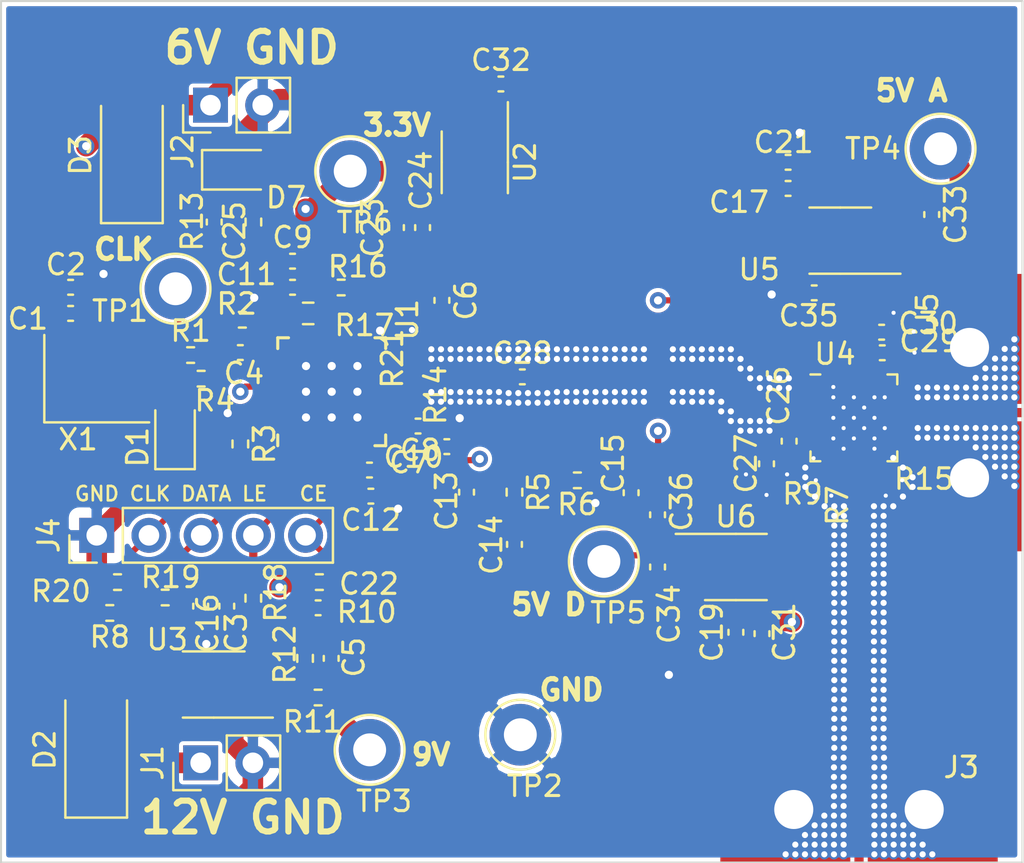
<source format=kicad_pcb>
(kicad_pcb (version 20171130) (host pcbnew "(5.1.8)-1")
  (layers (0 F.Cu signal) (1 In1.Cu signal hide) (2 In2.Cu signal hide) (31 B.Cu power hide) (34 B.Paste user) (35 F.Paste user) (36 B.SilkS user) (37 F.SilkS user) (38 B.Mask user) (39 F.Mask user hide) (44 Edge.Cuts user))
  (net 0 "")
  (net 1 +3V3)
  (net 2 "Net-(C4-Pad1)")
  (net 3 "Net-(C6-Pad2)")
  (net 4 +9V)
  (net 5 "Net-(C13-Pad2)")
  (net 6 "Net-(C14-Pad2)")
  (net 7 CPout)
  (net 8 +12V)
  (net 9 0)
  (net 10 +5VD)
  (net 11 "Net-(D1-Pad2)")
  (net 12 "Net-(R1-Pad1)")
  (net 13 "Net-(R3-Pad1)")
  (net 14 "Net-(R4-Pad2)")
  (net 15 DIV16)
  (net 16 +5VA)
  (net 17 "Net-(C28-Pad2)")
  (net 18 "Net-(D7-Pad2)")
  (net 19 "Net-(R15-Pad1)")
  (net 20 "Net-(J4-Pad2)")
  (net 21 "Net-(J4-Pad3)")
  (net 22 "Net-(J4-Pad4)")
  (net 23 "Net-(J4-Pad5)")
  (net 24 "Net-(R16-Pad2)")
  (net 25 "Net-(C5-Pad1)")
  (net 26 +6V)
  (net 27 "Net-(C32-Pad1)")
  (net 28 "Net-(C33-Pad1)")
  (net 29 "Net-(C34-Pad1)")
  (net 30 "Net-(C16-Pad2)")
  (net 31 "Net-(C4-Pad2)")
  (net 32 "Net-(J3-Pad1)")
  (net 33 "Net-(J5-Pad1)")
  (module Microwave_LO_Generator:R_0201_0603_HandSolder_mod (layer F.Cu) (at 112.335 97.330001 90)
    (fp_text reference R21 (at 0 -1.05 90) (layer F.SilkS))
    (fp_text value 100r)
    (pad 1 smd roundrect (at -0.4175 0 90) (size 0.635 0.4) (layers F.Cu F.Mask) (net 15 DIV16))
    (pad 2 smd roundrect (at 0.4175 0 90) (size 0.635 0.4) (layers F.Cu F.Mask) (net 9 0))
  )
  (module Microwave_LO_Generator:R_0201_0603_HandSolder_mod (layer F.Cu) (at 112.335 99.105001 270)
    (fp_text reference R14 (at 0 -1.05 90) (layer F.SilkS))
    (fp_text value 100r)
    (pad 2 smd roundrect (at 0.4175 0 270) (size 0.635 0.4) (layers F.Cu F.Mask) (net 9 0))
    (pad 1 smd roundrect (at -0.4175 0 270) (size 0.635 0.4) (layers F.Cu F.Mask) (net 15 DIV16))
  )
  (module TestPoint:TestPoint_Loop_D2.60mm_Drill1.6mm_Beaded (layer F.Cu) (at 117.51 115.630001)
    (fp_text reference TP2 (at 0.7 2.5) (layer F.SilkS))
    (fp_text value TestPoint)
    (pad 1 thru_hole circle (at 0 0) (size 3 3) (drill 1.6) (layers *.Cu *.Mask) (net 9 0))
  )
  (module Microwave_LO_Generator:R_0201_0603_HandSolder_mod (layer F.Cu) (at 133.985 104.480001 90)
    (fp_text reference R7 (at 0 -1.05 90) (layer F.SilkS))
    (fp_text value 0r)
    (pad 2 smd roundrect (at 0.4175 0 90) (size 0.635 0.4) (layers F.Cu F.Mask) (net 19 "Net-(R15-Pad1)"))
    (pad 1 smd roundrect (at -0.4175 0 90) (size 0.635 0.4) (layers F.Cu F.Mask) (net 32 "Net-(J3-Pad1)"))
  )
  (module Microwave_LO_Generator:Connettore (layer F.Cu) (at 139.8 99.870002 90)
    (fp_text reference J5 (at 4.885 -2.49 90) (layer F.SilkS))
    (fp_text value Conn_01x02_Female)
    (pad 2 thru_hole circle (at -0.84 -2.49 90) (size 0.5 0.5) (drill 0.3) (layers *.Cu *.Mask) (net 9 0))
    (pad 2 thru_hole circle (at -1.31 -2.49 90) (size 0.5 0.5) (drill 0.3) (layers *.Cu *.Mask) (net 9 0))
    (pad 2 thru_hole circle (at -1.31 -2.02 90) (size 0.5 0.5) (drill 0.3) (layers *.Cu *.Mask) (net 9 0))
    (pad 2 thru_hole circle (at -0.84 -2.02 90) (size 0.5 0.5) (drill 0.3) (layers *.Cu *.Mask) (net 9 0))
    (pad 2 thru_hole circle (at -1.31 -1.55 90) (size 0.5 0.5) (drill 0.3) (layers *.Cu *.Mask) (net 9 0))
    (pad 2 thru_hole circle (at -0.84 -1.55 90) (size 0.5 0.5) (drill 0.3) (layers *.Cu *.Mask) (net 9 0))
    (pad 2 thru_hole circle (at -0.84 -1.08 90) (size 0.5 0.5) (drill 0.3) (layers *.Cu *.Mask) (net 9 0))
    (pad 2 thru_hole circle (at -1.31 -1.08 90) (size 0.5 0.5) (drill 0.3) (layers *.Cu *.Mask) (net 9 0))
    (pad 2 thru_hole circle (at -0.84 -0.61 90) (size 0.5 0.5) (drill 0.3) (layers *.Cu *.Mask) (net 9 0))
    (pad 2 thru_hole circle (at -1.31 -0.61 90) (size 0.5 0.5) (drill 0.3) (layers *.Cu *.Mask) (net 9 0))
    (pad 2 thru_hole circle (at -0.84 -0.14 90) (size 0.5 0.5) (drill 0.3) (layers *.Cu *.Mask) (net 9 0))
    (pad 2 thru_hole circle (at -1.31 -0.14 90) (size 0.5 0.5) (drill 0.3) (layers *.Cu *.Mask) (net 9 0))
    (pad 2 thru_hole circle (at -1.78 -0.14 90) (size 0.5 0.5) (drill 0.3) (layers *.Cu *.Mask) (net 9 0))
    (pad 2 thru_hole circle (at -0.84 0.33 90) (size 0.5 0.5) (drill 0.3) (layers *.Cu *.Mask) (net 9 0))
    (pad 2 thru_hole circle (at -1.31 0.33 90) (size 0.5 0.5) (drill 0.3) (layers *.Cu *.Mask) (net 9 0))
    (pad 2 thru_hole circle (at -1.78 0.33 90) (size 0.5 0.5) (drill 0.3) (layers *.Cu *.Mask) (net 9 0))
    (pad 2 thru_hole circle (at -2.25 0.33 90) (size 0.5 0.5) (drill 0.3) (layers *.Cu *.Mask) (net 9 0))
    (pad 2 thru_hole circle (at -2.72 0.8 90) (size 0.5 0.5) (drill 0.3) (layers *.Cu *.Mask) (net 9 0))
    (pad 2 thru_hole circle (at -2.25 0.8 90) (size 0.5 0.5) (drill 0.3) (layers *.Cu *.Mask) (net 9 0))
    (pad 2 thru_hole circle (at -1.78 0.8 90) (size 0.5 0.5) (drill 0.3) (layers *.Cu *.Mask) (net 9 0))
    (pad 2 thru_hole circle (at -1.31 0.8 90) (size 0.5 0.5) (drill 0.3) (layers *.Cu *.Mask) (net 9 0))
    (pad 2 thru_hole circle (at -0.84 0.8 90) (size 0.5 0.5) (drill 0.3) (layers *.Cu *.Mask) (net 9 0))
    (pad 2 thru_hole circle (at -0.84 1.27 90) (size 0.5 0.5) (drill 0.3) (layers *.Cu *.Mask) (net 9 0))
    (pad 2 thru_hole circle (at -1.31 1.27 90) (size 0.5 0.5) (drill 0.3) (layers *.Cu *.Mask) (net 9 0))
    (pad 2 thru_hole circle (at -1.78 1.27 90) (size 0.5 0.5) (drill 0.3) (layers *.Cu *.Mask) (net 9 0))
    (pad 2 thru_hole circle (at -2.25 1.27 90) (size 0.5 0.5) (drill 0.3) (layers *.Cu *.Mask) (net 9 0))
    (pad 2 thru_hole circle (at -2.72 1.27 90) (size 0.5 0.5) (drill 0.3) (layers *.Cu *.Mask) (net 9 0))
    (pad 2 thru_hole circle (at -3.19 1.27 90) (size 0.5 0.5) (drill 0.3) (layers *.Cu *.Mask) (net 9 0))
    (pad 2 thru_hole circle (at -1.31 1.74 90) (size 0.5 0.5) (drill 0.3) (layers *.Cu *.Mask) (net 9 0))
    (pad 2 thru_hole circle (at -1.78 1.74 90) (size 0.5 0.5) (drill 0.3) (layers *.Cu *.Mask) (net 9 0))
    (pad 2 thru_hole circle (at -2.25 1.74 90) (size 0.5 0.5) (drill 0.3) (layers *.Cu *.Mask) (net 9 0))
    (pad 2 thru_hole circle (at -2.72 1.74 90) (size 0.5 0.5) (drill 0.3) (layers *.Cu *.Mask) (net 9 0))
    (pad 2 thru_hole circle (at -3.19 1.74 90) (size 0.5 0.5) (drill 0.3) (layers *.Cu *.Mask) (net 9 0))
    (pad 2 thru_hole circle (at -3.66 1.74 90) (size 0.5 0.5) (drill 0.3) (layers *.Cu *.Mask) (net 9 0))
    (pad 2 thru_hole circle (at -0.84 1.74 90) (size 0.5 0.5) (drill 0.3) (layers *.Cu *.Mask) (net 9 0))
    (pad 2 thru_hole circle (at 1.595 -0.14 90) (size 0.5 0.5) (drill 0.3) (layers *.Cu *.Mask) (net 9 0))
    (pad 2 thru_hole circle (at 2.065 0.33 90) (size 0.5 0.5) (drill 0.3) (layers *.Cu *.Mask) (net 9 0))
    (pad 2 thru_hole circle (at 2.535 0.8 90) (size 0.5 0.5) (drill 0.3) (layers *.Cu *.Mask) (net 9 0))
    (pad 2 thru_hole circle (at 3.005 1.27 90) (size 0.5 0.5) (drill 0.3) (layers *.Cu *.Mask) (net 9 0))
    (pad 2 thru_hole circle (at 2.535 1.27 90) (size 0.5 0.5) (drill 0.3) (layers *.Cu *.Mask) (net 9 0))
    (pad 2 thru_hole circle (at 2.065 1.27 90) (size 0.5 0.5) (drill 0.3) (layers *.Cu *.Mask) (net 9 0))
    (pad 2 thru_hole circle (at 1.595 1.27 90) (size 0.5 0.5) (drill 0.3) (layers *.Cu *.Mask) (net 9 0))
    (pad 2 thru_hole circle (at 1.125 1.27 90) (size 0.5 0.5) (drill 0.3) (layers *.Cu *.Mask) (net 9 0))
    (pad 2 thru_hole circle (at 2.065 0.8 90) (size 0.5 0.5) (drill 0.3) (layers *.Cu *.Mask) (net 9 0))
    (pad 2 thru_hole circle (at 1.595 0.8 90) (size 0.5 0.5) (drill 0.3) (layers *.Cu *.Mask) (net 9 0))
    (pad 2 thru_hole circle (at 1.125 0.8 90) (size 0.5 0.5) (drill 0.3) (layers *.Cu *.Mask) (net 9 0))
    (pad 2 thru_hole circle (at 1.595 0.33 90) (size 0.5 0.5) (drill 0.3) (layers *.Cu *.Mask) (net 9 0))
    (pad 2 thru_hole circle (at 1.125 0.33 90) (size 0.5 0.5) (drill 0.3) (layers *.Cu *.Mask) (net 9 0))
    (pad 2 thru_hole circle (at 1.125 -0.14 90) (size 0.5 0.5) (drill 0.3) (layers *.Cu *.Mask) (net 9 0))
    (pad 2 thru_hole circle (at 3.005 1.74 90) (size 0.5 0.5) (drill 0.3) (layers *.Cu *.Mask) (net 9 0))
    (pad 2 thru_hole circle (at 3.475 1.74 90) (size 0.5 0.5) (drill 0.3) (layers *.Cu *.Mask) (net 9 0))
    (pad 2 thru_hole circle (at 2.535 1.74 90) (size 0.5 0.5) (drill 0.3) (layers *.Cu *.Mask) (net 9 0))
    (pad 2 thru_hole circle (at 2.065 1.74 90) (size 0.5 0.5) (drill 0.3) (layers *.Cu *.Mask) (net 9 0))
    (pad 2 thru_hole circle (at 1.595 1.74 90) (size 0.5 0.5) (drill 0.3) (layers *.Cu *.Mask) (net 9 0))
    (pad 2 thru_hole circle (at 1.125 1.74 90) (size 0.5 0.5) (drill 0.3) (layers *.Cu *.Mask) (net 9 0))
    (pad 2 thru_hole circle (at 0.655 1.74 90) (size 0.5 0.5) (drill 0.3) (layers *.Cu *.Mask) (net 9 0))
    (pad 2 thru_hole circle (at 0.655 1.27 90) (size 0.5 0.5) (drill 0.3) (layers *.Cu *.Mask) (net 9 0))
    (pad 2 thru_hole circle (at 0.655 0.8 90) (size 0.5 0.5) (drill 0.3) (layers *.Cu *.Mask) (net 9 0))
    (pad 2 thru_hole circle (at 0.655 0.33 90) (size 0.5 0.5) (drill 0.3) (layers *.Cu *.Mask) (net 9 0))
    (pad 2 thru_hole circle (at 0.655 -0.14 90) (size 0.5 0.5) (drill 0.3) (layers *.Cu *.Mask) (net 9 0))
    (pad 2 thru_hole circle (at 0.655 -0.61 90) (size 0.5 0.5) (drill 0.3) (layers *.Cu *.Mask) (net 9 0))
    (pad 2 thru_hole circle (at 1.125 -0.61 90) (size 0.5 0.5) (drill 0.3) (layers *.Cu *.Mask) (net 9 0))
    (pad 2 thru_hole circle (at 1.125 -1.08 90) (size 0.5 0.5) (drill 0.3) (layers *.Cu *.Mask) (net 9 0))
    (pad 2 thru_hole circle (at 0.655 -1.08 90) (size 0.5 0.5) (drill 0.3) (layers *.Cu *.Mask) (net 9 0))
    (pad 2 thru_hole circle (at 0.655 -1.55 90) (size 0.5 0.5) (drill 0.3) (layers *.Cu *.Mask) (net 9 0))
    (pad 2 thru_hole circle (at 1.125 -1.55 90) (size 0.5 0.5) (drill 0.3) (layers *.Cu *.Mask) (net 9 0))
    (pad 2 thru_hole circle (at 1.125 -2.02 90) (size 0.5 0.5) (drill 0.3) (layers *.Cu *.Mask) (net 9 0))
    (pad 2 thru_hole circle (at 0.655 -2.02 90) (size 0.5 0.5) (drill 0.3) (layers *.Cu *.Mask) (net 9 0))
    (pad 2 thru_hole circle (at 1.125 -2.49 90) (size 0.5 0.5) (drill 0.3) (layers *.Cu *.Mask) (net 9 0))
    (pad 2 thru_hole circle (at 0.655 -2.49 90) (size 0.5 0.5) (drill 0.3) (layers *.Cu *.Mask) (net 9 0))
    (pad 2 thru_hole circle (at -1.31 -2.96 90) (size 0.5 0.5) (drill 0.3) (layers *.Cu *.Mask) (net 9 0))
    (pad 2 thru_hole circle (at -0.84 -2.96 90) (size 0.5 0.5) (drill 0.3) (layers *.Cu *.Mask) (net 9 0))
    (pad 2 thru_hole circle (at 1.125 -2.96 90) (size 0.5 0.5) (drill 0.3) (layers *.Cu *.Mask) (net 9 0))
    (pad 2 thru_hole circle (at 0.655 -2.96 90) (size 0.5 0.5) (drill 0.3) (layers *.Cu *.Mask) (net 9 0))
    (pad 2 thru_hole circle (at 3.08 -0.44 90) (size 2.2 2.2) (drill 1.9) (layers *.Cu *.Mask) (net 9 0))
    (pad 2 thru_hole circle (at -3.265 -0.44 90) (size 2.2 2.2) (drill 1.9) (layers *.Cu *.Mask) (net 9 0))
    (pad 2 connect rect (at -3.675 -0.65 90) (size 6.3218 5.5) (layers F.Cu F.Mask) (net 9 0))
    (pad 2 connect rect (at 3.495001 -0.65 90) (size 6.3218 5.5) (layers F.Cu F.Mask) (net 9 0))
    (pad 1 connect rect (at -0.089999 -0.65 90) (size 0.448177 5.5) (layers F.Cu F.Mask) (net 33 "Net-(J5-Pad1)"))
  )
  (module Microwave_LO_Generator:Connettore (layer F.Cu) (at 134.074999 119.705001)
    (fp_text reference J3 (at 4.885 -2.49) (layer F.SilkS))
    (fp_text value Conn_01x02_Female)
    (pad 2 thru_hole circle (at -0.84 -2.49) (size 0.5 0.5) (drill 0.3) (layers *.Cu *.Mask) (net 9 0))
    (pad 2 thru_hole circle (at -1.31 -2.49) (size 0.5 0.5) (drill 0.3) (layers *.Cu *.Mask) (net 9 0))
    (pad 2 thru_hole circle (at -1.31 -2.02) (size 0.5 0.5) (drill 0.3) (layers *.Cu *.Mask) (net 9 0))
    (pad 2 thru_hole circle (at -0.84 -2.02) (size 0.5 0.5) (drill 0.3) (layers *.Cu *.Mask) (net 9 0))
    (pad 2 thru_hole circle (at -1.31 -1.55) (size 0.5 0.5) (drill 0.3) (layers *.Cu *.Mask) (net 9 0))
    (pad 2 thru_hole circle (at -0.84 -1.55) (size 0.5 0.5) (drill 0.3) (layers *.Cu *.Mask) (net 9 0))
    (pad 2 thru_hole circle (at -0.84 -1.08) (size 0.5 0.5) (drill 0.3) (layers *.Cu *.Mask) (net 9 0))
    (pad 2 thru_hole circle (at -1.31 -1.08) (size 0.5 0.5) (drill 0.3) (layers *.Cu *.Mask) (net 9 0))
    (pad 2 thru_hole circle (at -0.84 -0.61) (size 0.5 0.5) (drill 0.3) (layers *.Cu *.Mask) (net 9 0))
    (pad 2 thru_hole circle (at -1.31 -0.61) (size 0.5 0.5) (drill 0.3) (layers *.Cu *.Mask) (net 9 0))
    (pad 2 thru_hole circle (at -0.84 -0.14) (size 0.5 0.5) (drill 0.3) (layers *.Cu *.Mask) (net 9 0))
    (pad 2 thru_hole circle (at -1.31 -0.14) (size 0.5 0.5) (drill 0.3) (layers *.Cu *.Mask) (net 9 0))
    (pad 2 thru_hole circle (at -1.78 -0.14) (size 0.5 0.5) (drill 0.3) (layers *.Cu *.Mask) (net 9 0))
    (pad 2 thru_hole circle (at -0.84 0.33) (size 0.5 0.5) (drill 0.3) (layers *.Cu *.Mask) (net 9 0))
    (pad 2 thru_hole circle (at -1.31 0.33) (size 0.5 0.5) (drill 0.3) (layers *.Cu *.Mask) (net 9 0))
    (pad 2 thru_hole circle (at -1.78 0.33) (size 0.5 0.5) (drill 0.3) (layers *.Cu *.Mask) (net 9 0))
    (pad 2 thru_hole circle (at -2.25 0.33) (size 0.5 0.5) (drill 0.3) (layers *.Cu *.Mask) (net 9 0))
    (pad 2 thru_hole circle (at -2.72 0.8) (size 0.5 0.5) (drill 0.3) (layers *.Cu *.Mask) (net 9 0))
    (pad 2 thru_hole circle (at -2.25 0.8) (size 0.5 0.5) (drill 0.3) (layers *.Cu *.Mask) (net 9 0))
    (pad 2 thru_hole circle (at -1.78 0.8) (size 0.5 0.5) (drill 0.3) (layers *.Cu *.Mask) (net 9 0))
    (pad 2 thru_hole circle (at -1.31 0.8) (size 0.5 0.5) (drill 0.3) (layers *.Cu *.Mask) (net 9 0))
    (pad 2 thru_hole circle (at -0.84 0.8) (size 0.5 0.5) (drill 0.3) (layers *.Cu *.Mask) (net 9 0))
    (pad 2 thru_hole circle (at -0.84 1.27) (size 0.5 0.5) (drill 0.3) (layers *.Cu *.Mask) (net 9 0))
    (pad 2 thru_hole circle (at -1.31 1.27) (size 0.5 0.5) (drill 0.3) (layers *.Cu *.Mask) (net 9 0))
    (pad 2 thru_hole circle (at -1.78 1.27) (size 0.5 0.5) (drill 0.3) (layers *.Cu *.Mask) (net 9 0))
    (pad 2 thru_hole circle (at -2.25 1.27) (size 0.5 0.5) (drill 0.3) (layers *.Cu *.Mask) (net 9 0))
    (pad 2 thru_hole circle (at -2.72 1.27) (size 0.5 0.5) (drill 0.3) (layers *.Cu *.Mask) (net 9 0))
    (pad 2 thru_hole circle (at -3.19 1.27) (size 0.5 0.5) (drill 0.3) (layers *.Cu *.Mask) (net 9 0))
    (pad 2 thru_hole circle (at -1.31 1.74) (size 0.5 0.5) (drill 0.3) (layers *.Cu *.Mask) (net 9 0))
    (pad 2 thru_hole circle (at -1.78 1.74) (size 0.5 0.5) (drill 0.3) (layers *.Cu *.Mask) (net 9 0))
    (pad 2 thru_hole circle (at -2.25 1.74) (size 0.5 0.5) (drill 0.3) (layers *.Cu *.Mask) (net 9 0))
    (pad 2 thru_hole circle (at -2.72 1.74) (size 0.5 0.5) (drill 0.3) (layers *.Cu *.Mask) (net 9 0))
    (pad 2 thru_hole circle (at -3.19 1.74) (size 0.5 0.5) (drill 0.3) (layers *.Cu *.Mask) (net 9 0))
    (pad 2 thru_hole circle (at -3.66 1.74) (size 0.5 0.5) (drill 0.3) (layers *.Cu *.Mask) (net 9 0))
    (pad 2 thru_hole circle (at -0.84 1.74) (size 0.5 0.5) (drill 0.3) (layers *.Cu *.Mask) (net 9 0))
    (pad 2 thru_hole circle (at 1.595 -0.14) (size 0.5 0.5) (drill 0.3) (layers *.Cu *.Mask) (net 9 0))
    (pad 2 thru_hole circle (at 2.065 0.33) (size 0.5 0.5) (drill 0.3) (layers *.Cu *.Mask) (net 9 0))
    (pad 2 thru_hole circle (at 2.535 0.8) (size 0.5 0.5) (drill 0.3) (layers *.Cu *.Mask) (net 9 0))
    (pad 2 thru_hole circle (at 3.005 1.27) (size 0.5 0.5) (drill 0.3) (layers *.Cu *.Mask) (net 9 0))
    (pad 2 thru_hole circle (at 2.535 1.27) (size 0.5 0.5) (drill 0.3) (layers *.Cu *.Mask) (net 9 0))
    (pad 2 thru_hole circle (at 2.065 1.27) (size 0.5 0.5) (drill 0.3) (layers *.Cu *.Mask) (net 9 0))
    (pad 2 thru_hole circle (at 1.595 1.27) (size 0.5 0.5) (drill 0.3) (layers *.Cu *.Mask) (net 9 0))
    (pad 2 thru_hole circle (at 1.125 1.27) (size 0.5 0.5) (drill 0.3) (layers *.Cu *.Mask) (net 9 0))
    (pad 2 thru_hole circle (at 2.065 0.8) (size 0.5 0.5) (drill 0.3) (layers *.Cu *.Mask) (net 9 0))
    (pad 2 thru_hole circle (at 1.595 0.8) (size 0.5 0.5) (drill 0.3) (layers *.Cu *.Mask) (net 9 0))
    (pad 2 thru_hole circle (at 1.125 0.8) (size 0.5 0.5) (drill 0.3) (layers *.Cu *.Mask) (net 9 0))
    (pad 2 thru_hole circle (at 1.595 0.33) (size 0.5 0.5) (drill 0.3) (layers *.Cu *.Mask) (net 9 0))
    (pad 2 thru_hole circle (at 1.125 0.33) (size 0.5 0.5) (drill 0.3) (layers *.Cu *.Mask) (net 9 0))
    (pad 2 thru_hole circle (at 1.125 -0.14) (size 0.5 0.5) (drill 0.3) (layers *.Cu *.Mask) (net 9 0))
    (pad 2 thru_hole circle (at 3.005 1.74) (size 0.5 0.5) (drill 0.3) (layers *.Cu *.Mask) (net 9 0))
    (pad 2 thru_hole circle (at 3.475 1.74) (size 0.5 0.5) (drill 0.3) (layers *.Cu *.Mask) (net 9 0))
    (pad 2 thru_hole circle (at 2.535 1.74) (size 0.5 0.5) (drill 0.3) (layers *.Cu *.Mask) (net 9 0))
    (pad 2 thru_hole circle (at 2.065 1.74) (size 0.5 0.5) (drill 0.3) (layers *.Cu *.Mask) (net 9 0))
    (pad 2 thru_hole circle (at 1.595 1.74) (size 0.5 0.5) (drill 0.3) (layers *.Cu *.Mask) (net 9 0))
    (pad 2 thru_hole circle (at 1.125 1.74) (size 0.5 0.5) (drill 0.3) (layers *.Cu *.Mask) (net 9 0))
    (pad 2 thru_hole circle (at 0.655 1.74) (size 0.5 0.5) (drill 0.3) (layers *.Cu *.Mask) (net 9 0))
    (pad 2 thru_hole circle (at 0.655 1.27) (size 0.5 0.5) (drill 0.3) (layers *.Cu *.Mask) (net 9 0))
    (pad 2 thru_hole circle (at 0.655 0.8) (size 0.5 0.5) (drill 0.3) (layers *.Cu *.Mask) (net 9 0))
    (pad 2 thru_hole circle (at 0.655 0.33) (size 0.5 0.5) (drill 0.3) (layers *.Cu *.Mask) (net 9 0))
    (pad 2 thru_hole circle (at 0.655 -0.14) (size 0.5 0.5) (drill 0.3) (layers *.Cu *.Mask) (net 9 0))
    (pad 2 thru_hole circle (at 0.655 -0.61) (size 0.5 0.5) (drill 0.3) (layers *.Cu *.Mask) (net 9 0))
    (pad 2 thru_hole circle (at 1.125 -0.61) (size 0.5 0.5) (drill 0.3) (layers *.Cu *.Mask) (net 9 0))
    (pad 2 thru_hole circle (at 1.125 -1.08) (size 0.5 0.5) (drill 0.3) (layers *.Cu *.Mask) (net 9 0))
    (pad 2 thru_hole circle (at 0.655 -1.08) (size 0.5 0.5) (drill 0.3) (layers *.Cu *.Mask) (net 9 0))
    (pad 2 thru_hole circle (at 0.655 -1.55) (size 0.5 0.5) (drill 0.3) (layers *.Cu *.Mask) (net 9 0))
    (pad 2 thru_hole circle (at 1.125 -1.55) (size 0.5 0.5) (drill 0.3) (layers *.Cu *.Mask) (net 9 0))
    (pad 2 thru_hole circle (at 1.125 -2.02) (size 0.5 0.5) (drill 0.3) (layers *.Cu *.Mask) (net 9 0))
    (pad 2 thru_hole circle (at 0.655 -2.02) (size 0.5 0.5) (drill 0.3) (layers *.Cu *.Mask) (net 9 0))
    (pad 2 thru_hole circle (at 1.125 -2.49) (size 0.5 0.5) (drill 0.3) (layers *.Cu *.Mask) (net 9 0))
    (pad 2 thru_hole circle (at 0.655 -2.49) (size 0.5 0.5) (drill 0.3) (layers *.Cu *.Mask) (net 9 0))
    (pad 2 thru_hole circle (at -1.31 -2.96) (size 0.5 0.5) (drill 0.3) (layers *.Cu *.Mask) (net 9 0))
    (pad 2 thru_hole circle (at -0.84 -2.96) (size 0.5 0.5) (drill 0.3) (layers *.Cu *.Mask) (net 9 0))
    (pad 2 thru_hole circle (at 1.125 -2.96) (size 0.5 0.5) (drill 0.3) (layers *.Cu *.Mask) (net 9 0))
    (pad 2 thru_hole circle (at 0.655 -2.96) (size 0.5 0.5) (drill 0.3) (layers *.Cu *.Mask) (net 9 0))
    (pad 2 thru_hole circle (at 3.08 -0.44) (size 2.2 2.2) (drill 1.9) (layers *.Cu *.Mask) (net 9 0))
    (pad 2 thru_hole circle (at -3.265 -0.44) (size 2.2 2.2) (drill 1.9) (layers *.Cu *.Mask) (net 9 0))
    (pad 2 connect rect (at -3.675 -0.65) (size 6.3218 5.5) (layers F.Cu F.Mask) (net 9 0))
    (pad 2 connect rect (at 3.495001 -0.65) (size 6.3218 5.5) (layers F.Cu F.Mask) (net 9 0))
    (pad 1 connect rect (at -0.089999 -0.65) (size 0.448177 5.5) (layers F.Cu F.Mask) (net 32 "Net-(J3-Pad1)"))
  )
  (module Microwave_LO_Generator:QFN-24-1EP_4x4mm_P0.5mm_EP2.7x2.7mm_ThermalVias_mod (layer F.Cu) (at 133.735 100.215)
    (fp_text reference U4 (at -0.92 -3.105) (layer F.SilkS))
    (fp_text value HMC739LP4E)
    (pad 11 thru_hole circle (at 1 1.5) (size 0.5 0.5) (drill 0.2) (layers *.Cu *.Mask) (net 9 0))
    (pad 11 thru_hole circle (at -0.5 1.5) (size 0.5 0.5) (drill 0.2) (layers *.Cu *.Mask) (net 9 0))
    (pad 11 thru_hole circle (at -1 1) (size 0.5 0.5) (drill 0.2) (layers *.Cu *.Mask) (net 9 0))
    (pad 11 thru_hole circle (at 0 1) (size 0.5 0.5) (drill 0.2) (layers *.Cu *.Mask) (net 9 0))
    (pad 11 thru_hole circle (at 1 1) (size 0.5 0.5) (drill 0.2) (layers *.Cu *.Mask) (net 9 0))
    (pad 11 thru_hole circle (at 1.5 0.5) (size 0.5 0.5) (drill 0.2) (layers *.Cu *.Mask) (net 9 0))
    (pad 11 thru_hole circle (at 0.5 0.5) (size 0.5 0.5) (drill 0.2) (layers *.Cu *.Mask) (net 9 0))
    (pad 11 thru_hole circle (at -0.5 0.5) (size 0.5 0.5) (drill 0.2) (layers *.Cu *.Mask) (net 9 0))
    (pad 11 thru_hole circle (at -1 0) (size 0.5 0.5) (drill 0.2) (layers *.Cu *.Mask) (net 9 0))
    (pad 11 thru_hole circle (at 0 0) (size 0.5 0.5) (drill 0.2) (layers *.Cu *.Mask) (net 9 0))
    (pad 11 thru_hole circle (at 1 0) (size 0.5 0.5) (drill 0.2) (layers *.Cu *.Mask) (net 9 0))
    (pad 11 thru_hole circle (at 0.5 -0.5) (size 0.5 0.5) (drill 0.2) (layers *.Cu *.Mask) (net 9 0))
    (pad 11 thru_hole circle (at -0.5 -0.5) (size 0.5 0.5) (drill 0.2) (layers *.Cu *.Mask) (net 9 0))
    (pad 11 thru_hole circle (at 1 -1) (size 0.5 0.5) (drill 0.2) (layers *.Cu *.Mask) (net 9 0))
    (pad 11 thru_hole circle (at 1.5 -1) (size 0.5 0.5) (drill 0.2) (layers *.Cu *.Mask) (net 9 0))
    (pad 11 thru_hole circle (at 0 -1) (size 0.5 0.5) (drill 0.2) (layers *.Cu *.Mask) (net 9 0))
    (pad 11 thru_hole circle (at -1 -1) (size 0.5 0.5) (drill 0.2) (layers *.Cu *.Mask) (net 9 0))
    (pad 11 thru_hole circle (at -1 -1.5) (size 0.5 0.5) (drill 0.2) (layers *.Cu *.Mask) (net 9 0))
    (pad 11 smd rect (at 0 0) (size 2.7 2.7) (layers B.Cu) (net 9 0))
    (pad 11 smd rect (at 0 0) (size 2.7 2.7) (layers F.Cu F.Mask) (net 9 0))
    (pad 24 smd roundrect (at -1.25 -1.9625) (size 0.25 0.825) (layers F.Cu F.Paste F.Mask) (net 9 0))
    (pad 23 smd roundrect (at -0.75 -1.9625) (size 0.25 0.825) (layers F.Cu F.Paste F.Mask) (net 9 0))
    (pad 22 smd roundrect (at -0.25 -1.9625) (size 0.25 0.825) (layers F.Cu F.Paste F.Mask) (net 7 CPout))
    (pad 21 smd roundrect (at 0.25 -1.9625) (size 0.25 0.825) (layers F.Cu F.Paste F.Mask) (net 9 0))
    (pad 20 smd roundrect (at 0.75 -1.9625) (size 0.25 0.825) (layers F.Cu F.Paste F.Mask) (net 16 +5VA))
    (pad 19 smd roundrect (at 1.25 -1.9625) (size 0.25 0.825) (layers F.Cu F.Paste F.Mask) (net 9 0))
    (pad 18 smd roundrect (at 1.9625 -1.25) (size 0.825 0.25) (layers F.Cu F.Paste F.Mask) (net 9 0))
    (pad 17 smd roundrect (at 1.9625 -0.75) (size 0.825 0.25) (layers F.Cu F.Paste F.Mask) (net 9 0))
    (pad 16 smd roundrect (at 1.9625 -0.25) (size 0.825 0.25) (layers F.Cu F.Paste F.Mask) (net 33 "Net-(J5-Pad1)"))
    (pad 15 smd roundrect (at 1.9625 0.25) (size 0.825 0.25) (layers F.Cu F.Paste F.Mask) (net 9 0))
    (pad 14 smd roundrect (at 1.9625 0.75) (size 0.825 0.25) (layers F.Cu F.Paste F.Mask) (net 9 0))
    (pad 13 smd roundrect (at 1.9625 1.25) (size 0.825 0.25) (layers F.Cu F.Paste F.Mask) (net 9 0))
    (pad 12 smd roundrect (at 1.25 1.9625) (size 0.25 0.825) (layers F.Cu F.Paste F.Mask) (net 9 0))
    (pad 11 smd roundrect (at 0.75 1.9625) (size 0.25 0.825) (layers F.Cu F.Paste F.Mask) (net 9 0))
    (pad 10 smd roundrect (at 0.25 1.9625) (size 0.25 0.825) (layers F.Cu F.Paste F.Mask) (net 19 "Net-(R15-Pad1)"))
    (pad 9 smd roundrect (at -0.25 1.9625) (size 0.25 0.825) (layers F.Cu F.Paste F.Mask) (net 9 0))
    (pad 8 smd roundrect (at -0.75 1.9625) (size 0.25 0.825) (layers F.Cu F.Paste F.Mask) (net 9 0))
    (pad 7 smd roundrect (at -1.25 1.9625) (size 0.25 0.825) (layers F.Cu F.Paste F.Mask) (net 9 0))
    (pad 6 smd roundrect (at -1.9625 1.25) (size 0.825 0.25) (layers F.Cu F.Paste F.Mask) (net 9 0))
    (pad 5 smd roundrect (at -1.9625 0.75) (size 0.825 0.25) (layers F.Cu F.Paste F.Mask) (net 9 0))
    (pad 4 smd roundrect (at -1.9625 0.25) (size 0.825 0.25) (layers F.Cu F.Paste F.Mask) (net 10 +5VD))
    (pad 3 smd roundrect (at -1.9625 -0.25) (size 0.825 0.25) (layers F.Cu F.Paste F.Mask) (net 9 0))
    (pad 2 smd roundrect (at -1.9625 -0.75) (size 0.825 0.25) (layers F.Cu F.Paste F.Mask) (net 17 "Net-(C28-Pad2)"))
    (pad 1 smd roundrect (at -1.9625 -1.25) (size 0.825 0.25) (layers F.Cu F.Paste F.Mask) (net 9 0))
  )
  (module LED_SMD:LED_0805_2012Metric_Pad1.15x1.40mm_HandSolder (layer F.Cu) (at 100.715 100.85 90)
    (fp_text reference D1 (at -0.79 -1.82 90) (layer F.SilkS))
    (fp_text value LED)
    (pad 2 smd roundrect (at 1.025 0 90) (size 1.15 1.4) (layers F.Cu F.Paste F.Mask) (roundrect_rratio 0.217391) (net 11 "Net-(D1-Pad2)"))
    (pad 1 smd roundrect (at -1.025 0 90) (size 1.15 1.4) (layers F.Cu F.Paste F.Mask) (roundrect_rratio 0.217391) (net 9 0))
  )
  (module Diode_SMD:D_MELF (layer F.Cu) (at 98.6155 87.444 90)
    (fp_text reference D3 (at 0 -2.5 90) (layer F.SilkS))
    (fp_text value DIODE)
    (pad 2 smd rect (at 2.4 0 90) (size 1.5 2.7) (layers F.Cu F.Paste F.Mask) (net 26 +6V))
    (pad 1 smd rect (at -2.4 0 90) (size 1.5 2.7) (layers F.Cu F.Paste F.Mask) (net 9 0))
  )
  (module Microwave_LO_Generator:R_0201_0603_HandSolder_mod (layer F.Cu) (at 134.885 103.25)
    (fp_text reference R15 (at 2.2583 -0.06) (layer F.SilkS))
    (fp_text value 100r)
    (pad 2 smd roundrect (at 0.4175 0) (size 0.635 0.4) (layers F.Cu F.Mask) (net 9 0))
    (pad 1 smd roundrect (at -0.4175 0) (size 0.635 0.4) (layers F.Cu F.Mask) (net 19 "Net-(R15-Pad1)"))
  )
  (module Microwave_LO_Generator:R_0201_0603_HandSolder_mod (layer F.Cu) (at 133.085 103.25 180)
    (fp_text reference R9 (at 1.8483 -0.66) (layer F.SilkS))
    (fp_text value 100r)
    (pad 2 smd roundrect (at 0.4175 0 180) (size 0.635 0.4) (layers F.Cu F.Mask) (net 9 0))
    (pad 1 smd roundrect (at -0.4175 0 180) (size 0.635 0.4) (layers F.Cu F.Mask) (net 19 "Net-(R15-Pad1)"))
  )
  (module Microwave_LO_Generator:LFCSP-32-1EP_5x5mm_P0.5mm_mod (layer F.Cu) (at 108.335 98.945 90)
    (fp_text reference U1 (at 3.505 3.68 90) (layer F.SilkS))
    (fp_text value ADF4150HV)
    (pad 1 thru_hole circle (at -1.25 1.25 90) (size 0.8 0.8) (drill 0.4) (layers *.Cu *.Mask) (net 9 0))
    (pad 1 thru_hole circle (at 1.25 1.25 90) (size 0.8 0.8) (drill 0.4) (layers *.Cu *.Mask) (net 9 0))
    (pad 1 thru_hole circle (at 1.25 -1.25 90) (size 0.8 0.8) (drill 0.4) (layers *.Cu *.Mask) (net 9 0))
    (pad 1 thru_hole circle (at -1.25 -1.25 90) (size 0.8 0.8) (drill 0.4) (layers *.Cu *.Mask) (net 9 0))
    (pad 1 thru_hole circle (at 0 -1.25 90) (size 0.8 0.8) (drill 0.4) (layers *.Cu *.Mask) (net 9 0))
    (pad 1 thru_hole circle (at 1.25 0 90) (size 0.8 0.8) (drill 0.4) (layers *.Cu *.Mask) (net 9 0))
    (pad 1 thru_hole circle (at 0 1.25 90) (size 0.8 0.8) (drill 0.4) (layers *.Cu *.Mask) (net 9 0))
    (pad 1 thru_hole circle (at -1.25 0 90) (size 0.8 0.8) (drill 0.4) (layers *.Cu *.Mask) (net 9 0))
    (pad 1 thru_hole circle (at 0 0 90) (size 0.8 0.8) (drill 0.4) (layers *.Cu *.Mask) (net 9 0))
    (pad 1 smd rect (at 0 0 90) (size 3.25 3.25) (layers F.Cu F.Mask) (net 9 0))
    (pad 32 smd rect (at -1.75 -2.4 180) (size 0.8 0.3) (layers F.Cu F.Paste F.Mask) (net 9 0))
    (pad 31 smd rect (at -1.25 -2.4 180) (size 0.8 0.3) (layers F.Cu F.Paste F.Mask) (net 13 "Net-(R3-Pad1)"))
    (pad 30 smd rect (at -0.75 -2.4 180) (size 0.8 0.3) (layers F.Cu F.Paste F.Mask) (net 9 0))
    (pad 29 smd rect (at -0.25 -2.4 180) (size 0.8 0.3) (layers F.Cu F.Paste F.Mask) (net 9 0))
    (pad 28 smd rect (at 0.25 -2.4 180) (size 0.8 0.3) (layers F.Cu F.Paste F.Mask) (net 1 +3V3))
    (pad 27 smd rect (at 0.75 -2.4 180) (size 0.8 0.3) (layers F.Cu F.Paste F.Mask))
    (pad 26 smd rect (at 1.25 -2.4 180) (size 0.8 0.3) (layers F.Cu F.Paste F.Mask) (net 14 "Net-(R4-Pad2)"))
    (pad 25 smd rect (at 1.75 -2.425 180) (size 0.75 0.3) (layers F.Cu F.Paste F.Mask) (net 2 "Net-(C4-Pad1)"))
    (pad 24 smd rect (at 2.425 -1.75 90) (size 0.75 0.3) (layers F.Cu F.Paste F.Mask) (net 9 0))
    (pad 23 smd rect (at 2.4 -1.25 90) (size 0.8 0.3) (layers F.Cu F.Paste F.Mask) (net 9 0))
    (pad 22 smd rect (at 2.4 -0.75 90) (size 0.8 0.3) (layers F.Cu F.Paste F.Mask) (net 1 +3V3))
    (pad 21 smd rect (at 2.4 -0.25 90) (size 0.8 0.3) (layers F.Cu F.Paste F.Mask) (net 24 "Net-(R16-Pad2)"))
    (pad 20 smd rect (at 2.4 0.25 90) (size 0.8 0.3) (layers F.Cu F.Paste F.Mask) (net 1 +3V3))
    (pad 19 smd rect (at 2.4 0.75 90) (size 0.8 0.3) (layers F.Cu F.Paste F.Mask))
    (pad 18 smd rect (at 2.4 1.25 90) (size 0.8 0.3) (layers F.Cu F.Paste F.Mask))
    (pad 17 smd rect (at 2.4 1.75 90) (size 0.8 0.3) (layers F.Cu F.Paste F.Mask) (net 9 0))
    (pad 16 smd rect (at 1.75 2.4 180) (size 0.8 0.3) (layers F.Cu F.Paste F.Mask) (net 9 0))
    (pad 15 smd rect (at 1.25 2.4 180) (size 0.8 0.3) (layers F.Cu F.Paste F.Mask) (net 3 "Net-(C6-Pad2)"))
    (pad 14 smd rect (at 0.75 2.4 180) (size 0.8 0.3) (layers F.Cu F.Paste F.Mask) (net 15 DIV16))
    (pad 13 smd rect (at 0.25 2.4 180) (size 0.8 0.3) (layers F.Cu F.Paste F.Mask) (net 1 +3V3))
    (pad 12 smd rect (at -0.25 2.4 180) (size 0.8 0.3) (layers F.Cu F.Paste F.Mask) (net 9 0))
    (pad 11 smd rect (at -0.75 2.4 180) (size 0.8 0.3) (layers F.Cu F.Paste F.Mask) (net 1 +3V3))
    (pad 10 smd rect (at -1.25 2.4 180) (size 0.8 0.3) (layers F.Cu F.Paste F.Mask) (net 9 0))
    (pad 9 smd rect (at -1.75 2.425 180) (size 0.75 0.3) (layers F.Cu F.Paste F.Mask) (net 5 "Net-(C13-Pad2)"))
    (pad 8 smd rect (at -2.425 1.75 90) (size 0.75 0.3) (layers F.Cu F.Paste F.Mask) (net 9 0))
    (pad 7 smd rect (at -2.4 1.25 90) (size 0.8 0.3) (layers F.Cu F.Paste F.Mask) (net 9 0))
    (pad 6 smd rect (at -2.4 0.75 90) (size 0.8 0.3) (layers F.Cu F.Paste F.Mask) (net 4 +9V))
    (pad 5 smd rect (at -2.4 0.25 90) (size 0.8 0.3) (layers F.Cu F.Paste F.Mask) (net 23 "Net-(J4-Pad5)"))
    (pad 4 smd rect (at -2.4 -0.25 90) (size 0.8 0.3) (layers F.Cu F.Paste F.Mask) (net 22 "Net-(J4-Pad4)"))
    (pad 3 smd rect (at -2.4 -0.75 90) (size 0.8 0.3) (layers F.Cu F.Paste F.Mask) (net 21 "Net-(J4-Pad3)"))
    (pad 2 smd rect (at -2.4 -1.25 90) (size 0.8 0.3) (layers F.Cu F.Paste F.Mask) (net 20 "Net-(J4-Pad2)"))
    (pad 1 smd rect (at -2.4 -1.75 90) (size 0.8 0.3) (layers F.Cu F.Paste F.Mask) (net 9 0))
  )
  (module TestPoint:TestPoint_Loop_D2.60mm_Drill1.6mm_Beaded (layer F.Cu) (at 109.235 88.215)
    (fp_text reference TP6 (at 0.7 2.5) (layer F.SilkS))
    (fp_text value TestPoint)
    (pad 1 thru_hole circle (at 0 0) (size 3 3) (drill 1.6) (layers *.Cu *.Mask) (net 1 +3V3))
  )
  (module TestPoint:TestPoint_Loop_D2.60mm_Drill1.6mm_Beaded (layer F.Cu) (at 121.57456 107.19908)
    (fp_text reference TP5 (at 0.7 2.5) (layer F.SilkS))
    (fp_text value TestPoint)
    (pad 1 thru_hole circle (at 0 0) (size 3 3) (drill 1.6) (layers *.Cu *.Mask) (net 10 +5VD))
  )
  (module TestPoint:TestPoint_Loop_D2.60mm_Drill1.6mm_Beaded (layer F.Cu) (at 137.95 87.125)
    (fp_text reference TP4 (at -3.29 0) (layer F.SilkS))
    (fp_text value TestPoint)
    (pad 1 thru_hole circle (at 0 0) (size 3 3) (drill 1.6) (layers *.Cu *.Mask) (net 16 +5VA))
  )
  (module TestPoint:TestPoint_Loop_D2.60mm_Drill1.6mm_Beaded (layer F.Cu) (at 110.18012 116.3634)
    (fp_text reference TP3 (at 0.7 2.5) (layer F.SilkS))
    (fp_text value TestPoint)
    (pad 1 thru_hole circle (at 0 0) (size 3 3) (drill 1.6) (layers *.Cu *.Mask) (net 4 +9V))
  )
  (module TestPoint:TestPoint_Loop_D2.60mm_Drill1.6mm_Beaded (layer F.Cu) (at 100.7364 93.9352)
    (fp_text reference TP1 (at -2.69774 1.08478) (layer F.SilkS))
    (fp_text value TestPoint)
    (pad 1 thru_hole circle (at 0 0) (size 3 3) (drill 1.6) (layers *.Cu *.Mask) (net 12 "Net-(R1-Pad1)"))
  )
  (module Capacitor_SMD:C_0402_1005Metric_Pad0.74x0.62mm_HandSolder (layer F.Cu) (at 95.635 95.135 180)
    (fp_text reference C1 (at 2.08 -0.265) (layer F.SilkS))
    (fp_text value 10p)
    (pad 2 smd roundrect (at 0.5675 0 180) (size 0.735 0.62) (layers F.Cu F.Paste F.Mask) (net 1 +3V3))
    (pad 1 smd roundrect (at -0.5675 0 180) (size 0.735 0.62) (layers F.Cu F.Paste F.Mask) (net 9 0))
  )
  (module Capacitor_SMD:C_0402_1005Metric_Pad0.74x0.62mm_HandSolder (layer F.Cu) (at 95.635 93.865 180)
    (fp_text reference C2 (at 0.23 1.105) (layer F.SilkS))
    (fp_text value 0.1u)
    (pad 2 smd roundrect (at 0.5675 0 180) (size 0.735 0.62) (layers F.Cu F.Paste F.Mask) (net 1 +3V3))
    (pad 1 smd roundrect (at -0.5675 0 180) (size 0.735 0.62) (layers F.Cu F.Paste F.Mask) (net 9 0))
  )
  (module Capacitor_SMD:C_0402_1005Metric_Pad0.74x0.62mm_HandSolder (layer F.Cu) (at 103.89 97.04 180)
    (fp_text reference C4 (at -0.175 -1.01) (layer F.SilkS))
    (fp_text value 1n)
    (pad 2 smd roundrect (at 0.5675 0 180) (size 0.735 0.62) (layers F.Cu F.Paste F.Mask) (net 31 "Net-(C4-Pad2)"))
    (pad 1 smd roundrect (at -0.5675 0 180) (size 0.735 0.62) (layers F.Cu F.Paste F.Mask) (net 2 "Net-(C4-Pad1)"))
  )
  (module Capacitor_SMD:C_0402_1005Metric_Pad0.74x0.62mm_HandSolder (layer F.Cu) (at 113.695226 94.5 270)
    (fp_text reference C6 (at 0 -1.16 90) (layer F.SilkS))
    (fp_text value 100p)
    (pad 2 smd roundrect (at 0.5675 0 270) (size 0.735 0.62) (layers F.Cu F.Paste F.Mask) (net 3 "Net-(C6-Pad2)"))
    (pad 1 smd roundrect (at -0.5675 0 270) (size 0.735 0.62) (layers F.Cu F.Paste F.Mask) (net 9 0))
  )
  (module Capacitor_SMD:C_0402_1005Metric_Pad0.74x0.62mm_HandSolder (layer F.Cu) (at 113.935 101.615 180)
    (fp_text reference C7 (at 1.825 -0.775) (layer F.SilkS))
    (fp_text value 0.1u)
    (pad 2 smd roundrect (at 0.5675 0 180) (size 0.735 0.62) (layers F.Cu F.Paste F.Mask) (net 1 +3V3))
    (pad 1 smd roundrect (at -0.5675 0 180) (size 0.735 0.62) (layers F.Cu F.Paste F.Mask) (net 9 0))
  )
  (module Capacitor_SMD:C_0402_1005Metric_Pad0.74x0.62mm_HandSolder (layer F.Cu) (at 106.43 92.595)
    (fp_text reference C9 (at 0 -1.16) (layer F.SilkS))
    (fp_text value 0.1u)
    (pad 2 smd roundrect (at 0.5675 0) (size 0.735 0.62) (layers F.Cu F.Paste F.Mask) (net 1 +3V3))
    (pad 1 smd roundrect (at -0.5675 0) (size 0.735 0.62) (layers F.Cu F.Paste F.Mask) (net 9 0))
  )
  (module Capacitor_SMD:C_0402_1005Metric_Pad0.74x0.62mm_HandSolder (layer F.Cu) (at 110.1725 102.755 180)
    (fp_text reference C10 (at -2.1425 0.635) (layer F.SilkS))
    (fp_text value 1u)
    (pad 2 smd roundrect (at 0.5675 0 180) (size 0.735 0.62) (layers F.Cu F.Paste F.Mask) (net 4 +9V))
    (pad 1 smd roundrect (at -0.5675 0 180) (size 0.735 0.62) (layers F.Cu F.Paste F.Mask) (net 9 0))
  )
  (module Capacitor_SMD:C_0402_1005Metric_Pad0.74x0.62mm_HandSolder (layer F.Cu) (at 106.43 93.865)
    (fp_text reference C11 (at -2.245 -0.63) (layer F.SilkS))
    (fp_text value 10p)
    (pad 2 smd roundrect (at 0.5675 0) (size 0.735 0.62) (layers F.Cu F.Paste F.Mask) (net 1 +3V3))
    (pad 1 smd roundrect (at -0.5675 0) (size 0.735 0.62) (layers F.Cu F.Paste F.Mask) (net 9 0))
  )
  (module Capacitor_SMD:C_0402_1005Metric_Pad0.74x0.62mm_HandSolder (layer F.Cu) (at 110.24 104.025 180)
    (fp_text reference C12 (at 0 -1.16) (layer F.SilkS))
    (fp_text value 10p)
    (pad 2 smd roundrect (at 0.5675 0 180) (size 0.735 0.62) (layers F.Cu F.Paste F.Mask) (net 4 +9V))
    (pad 1 smd roundrect (at -0.5675 0 180) (size 0.735 0.62) (layers F.Cu F.Paste F.Mask) (net 9 0))
  )
  (module Capacitor_SMD:C_0402_1005Metric_Pad0.74x0.62mm_HandSolder (layer F.Cu) (at 114.894168 103.830817 90)
    (fp_text reference C13 (at -0.429183 -0.979168 90) (layer F.SilkS))
    (fp_text value 330p)
    (pad 2 smd roundrect (at 0.5675 0 90) (size 0.735 0.62) (layers F.Cu F.Paste F.Mask) (net 5 "Net-(C13-Pad2)"))
    (pad 1 smd roundrect (at -0.5675 0 90) (size 0.735 0.62) (layers F.Cu F.Paste F.Mask) (net 9 0))
  )
  (module Capacitor_SMD:C_0402_1005Metric_Pad0.74x0.62mm_HandSolder (layer F.Cu) (at 117.225 106.370817 90)
    (fp_text reference C14 (at -0.029183 -1.12 90) (layer F.SilkS))
    (fp_text value 5.60n)
    (pad 2 smd roundrect (at 0.5675 0 90) (size 0.735 0.62) (layers F.Cu F.Paste F.Mask) (net 6 "Net-(C14-Pad2)"))
    (pad 1 smd roundrect (at -0.5675 0 90) (size 0.735 0.62) (layers F.Cu F.Paste F.Mask) (net 9 0))
  )
  (module Capacitor_SMD:C_0402_1005Metric_Pad0.74x0.62mm_HandSolder (layer F.Cu) (at 122.899337 103.857731 90)
    (fp_text reference C15 (at 1.427731 -0.874337 90) (layer F.SilkS))
    (fp_text value 120p)
    (pad 2 smd roundrect (at 0.5675 0 90) (size 0.735 0.62) (layers F.Cu F.Paste F.Mask) (net 7 CPout))
    (pad 1 smd roundrect (at -0.5675 0 90) (size 0.735 0.62) (layers F.Cu F.Paste F.Mask) (net 9 0))
  )
  (module Capacitor_SMD:C_0402_1005Metric_Pad0.74x0.62mm_HandSolder (layer F.Cu) (at 111.485 90.96 90)
    (fp_text reference C23 (at 0 -1.16 90) (layer F.SilkS))
    (fp_text value 4.7u)
    (pad 2 smd roundrect (at 0.5675 0 90) (size 0.735 0.62) (layers F.Cu F.Paste F.Mask) (net 26 +6V))
    (pad 1 smd roundrect (at -0.5675 0 90) (size 0.735 0.62) (layers F.Cu F.Paste F.Mask) (net 9 0))
  )
  (module Capacitor_SMD:C_0402_1005Metric_Pad0.74x0.62mm_HandSolder (layer F.Cu) (at 112.755 90.96 90)
    (fp_text reference C24 (at 2.29 -0.08 90) (layer F.SilkS))
    (fp_text value 100p)
    (pad 2 smd roundrect (at 0.5675 0 90) (size 0.735 0.62) (layers F.Cu F.Paste F.Mask) (net 26 +6V))
    (pad 1 smd roundrect (at -0.5675 0 90) (size 0.735 0.62) (layers F.Cu F.Paste F.Mask) (net 9 0))
  )
  (module Capacitor_SMD:C_0402_1005Metric_Pad0.74x0.62mm_HandSolder (layer F.Cu) (at 102.62 90.69 270)
    (fp_text reference C25 (at 0.44 -0.985 90) (layer F.SilkS))
    (fp_text value 3.3u)
    (pad 2 smd roundrect (at 0.5675 0 270) (size 0.735 0.62) (layers F.Cu F.Paste F.Mask) (net 1 +3V3))
    (pad 1 smd roundrect (at -0.5675 0 270) (size 0.735 0.62) (layers F.Cu F.Paste F.Mask) (net 9 0))
  )
  (module Resistor_SMD:R_0402_1005Metric_Pad0.72x0.64mm_HandSolder (layer F.Cu) (at 101.473 97.161)
    (fp_text reference R1 (at 0 -1.17) (layer F.SilkS))
    (fp_text value 0)
    (pad 2 smd roundrect (at 0.5975 0) (size 0.715 0.64) (layers F.Cu F.Paste F.Mask) (net 31 "Net-(C4-Pad2)"))
    (pad 1 smd roundrect (at -0.5975 0) (size 0.715 0.64) (layers F.Cu F.Paste F.Mask) (net 12 "Net-(R1-Pad1)"))
  )
  (module Resistor_SMD:R_0402_1005Metric_Pad0.72x0.64mm_HandSolder (layer F.Cu) (at 103.9876 95.44396)
    (fp_text reference R2 (at -0.2726 -0.77396) (layer F.SilkS))
    (fp_text value DNI)
    (pad 2 smd roundrect (at 0.5975 0) (size 0.715 0.64) (layers F.Cu F.Paste F.Mask) (net 9 0))
    (pad 1 smd roundrect (at -0.5975 0) (size 0.715 0.64) (layers F.Cu F.Paste F.Mask) (net 2 "Net-(C4-Pad1)"))
  )
  (module Resistor_SMD:R_0402_1005Metric_Pad0.72x0.64mm_HandSolder (layer F.Cu) (at 103.89 101.485 270)
    (fp_text reference R3 (at 0 -1.17 90) (layer F.SilkS))
    (fp_text value 4.64k)
    (pad 2 smd roundrect (at 0.5975 0 270) (size 0.715 0.64) (layers F.Cu F.Paste F.Mask) (net 9 0))
    (pad 1 smd roundrect (at -0.5975 0 270) (size 0.715 0.64) (layers F.Cu F.Paste F.Mask) (net 13 "Net-(R3-Pad1)"))
  )
  (module Resistor_SMD:R_0402_1005Metric_Pad0.72x0.64mm_HandSolder (layer F.Cu) (at 101.985 98.31)
    (fp_text reference R4 (at 0.66 1.07) (layer F.SilkS))
    (fp_text value 1k)
    (pad 2 smd roundrect (at 0.5975 0) (size 0.715 0.64) (layers F.Cu F.Paste F.Mask) (net 14 "Net-(R4-Pad2)"))
    (pad 1 smd roundrect (at -0.5975 0) (size 0.715 0.64) (layers F.Cu F.Paste F.Mask) (net 11 "Net-(D1-Pad2)"))
  )
  (module Resistor_SMD:R_0402_1005Metric_Pad0.72x0.64mm_HandSolder (layer F.Cu) (at 117.225 103.830817 270)
    (fp_text reference R5 (at 0 -1.17 90) (layer F.SilkS))
    (fp_text value 2.61k)
    (pad 2 smd roundrect (at 0.5975 0 270) (size 0.715 0.64) (layers F.Cu F.Paste F.Mask) (net 6 "Net-(C14-Pad2)"))
    (pad 1 smd roundrect (at -0.5975 0 270) (size 0.715 0.64) (layers F.Cu F.Paste F.Mask) (net 5 "Net-(C13-Pad2)"))
  )
  (module Resistor_SMD:R_0402_1005Metric_Pad0.72x0.64mm_HandSolder (layer F.Cu) (at 120.284071 103.253785 180)
    (fp_text reference R6 (at 0 -1.17) (layer F.SilkS))
    (fp_text value 7.5k)
    (pad 2 smd roundrect (at 0.5975 0 180) (size 0.715 0.64) (layers F.Cu F.Paste F.Mask) (net 5 "Net-(C13-Pad2)"))
    (pad 1 smd roundrect (at -0.5975 0 180) (size 0.715 0.64) (layers F.Cu F.Paste F.Mask) (net 7 CPout))
  )
  (module Oscillator:Oscillator_SMD_Abracon_ASE-4Pin_3.2x2.5mm_HandSoldering (layer F.Cu) (at 96.905 98.31)
    (fp_text reference X1 (at -0.91 2.96) (layer F.SilkS))
    (fp_text value IQXT-220-1)
    (pad 4 smd rect (at -1.375 -1.1) (size 1.95 1.65) (layers F.Cu F.Paste F.Mask) (net 1 +3V3))
    (pad 3 smd rect (at 1.375 -1.1) (size 1.95 1.65) (layers F.Cu F.Paste F.Mask) (net 12 "Net-(R1-Pad1)"))
    (pad 2 smd rect (at 1.375 1.1) (size 1.95 1.65) (layers F.Cu F.Paste F.Mask) (net 9 0))
    (pad 1 smd rect (at -1.375 1.1) (size 1.95 1.65) (layers F.Cu F.Paste F.Mask))
  )
  (module Capacitor_SMD:C_0402_1005Metric_Pad0.74x0.62mm_HandSolder (layer F.Cu) (at 130.585 101.35 270)
    (fp_text reference C26 (at -2.215 0.515 90) (layer F.SilkS))
    (fp_text value 100p)
    (pad 2 smd roundrect (at 0.5675 0 270) (size 0.735 0.62) (layers F.Cu F.Paste F.Mask) (net 9 0))
    (pad 1 smd roundrect (at -0.5675 0 270) (size 0.735 0.62) (layers F.Cu F.Paste F.Mask) (net 10 +5VD))
  )
  (module Capacitor_SMD:C_0402_1005Metric_Pad0.74x0.62mm_HandSolder (layer F.Cu) (at 129.485 102.45 270)
    (fp_text reference C27 (at -0.015 0.995 90) (layer F.SilkS))
    (fp_text value 4.7u)
    (pad 2 smd roundrect (at 0.5675 0 270) (size 0.735 0.62) (layers F.Cu F.Paste F.Mask) (net 9 0))
    (pad 1 smd roundrect (at -0.5675 0 270) (size 0.735 0.62) (layers F.Cu F.Paste F.Mask) (net 10 +5VD))
  )
  (module Capacitor_SMD:C_0402_1005Metric_Pad0.74x0.62mm_HandSolder (layer F.Cu) (at 135.115 97.05)
    (fp_text reference C29 (at 2.285 -0.555) (layer F.SilkS))
    (fp_text value 100p)
    (pad 2 smd roundrect (at 0.5675 0) (size 0.735 0.62) (layers F.Cu F.Paste F.Mask) (net 9 0))
    (pad 1 smd roundrect (at -0.5675 0) (size 0.735 0.62) (layers F.Cu F.Paste F.Mask) (net 16 +5VA))
  )
  (module Capacitor_SMD:C_0402_1005Metric_Pad0.74x0.62mm_HandSolder (layer F.Cu) (at 135.085 96.05)
    (fp_text reference C30 (at 2.26 -0.43) (layer F.SilkS))
    (fp_text value 4.7u)
    (pad 2 smd roundrect (at 0.5675 0) (size 0.735 0.62) (layers F.Cu F.Paste F.Mask) (net 9 0))
    (pad 1 smd roundrect (at -0.5675 0) (size 0.735 0.62) (layers F.Cu F.Paste F.Mask) (net 16 +5VA))
  )
  (module Resistor_SMD:R_0402_1005Metric_Pad0.72x0.64mm_HandSolder (layer F.Cu) (at 97.54 109.705 180)
    (fp_text reference R8 (at 0 -1.17) (layer F.SilkS))
    (fp_text value 10r)
    (pad 2 smd roundrect (at 0.5975 0 180) (size 0.715 0.64) (layers F.Cu F.Paste F.Mask) (net 8 +12V))
    (pad 1 smd roundrect (at -0.5975 0 180) (size 0.715 0.64) (layers F.Cu F.Paste F.Mask) (net 30 "Net-(C16-Pad2)"))
  )
  (module Capacitor_SMD:C_0402_1005Metric_Pad0.74x0.62mm_HandSolder (layer F.Cu) (at 117.6067 98.220923)
    (fp_text reference C28 (at 0 -1.16) (layer F.SilkS))
    (fp_text value 1000p)
    (pad 2 smd roundrect (at 0.5675 0) (size 0.735 0.62) (layers F.Cu F.Paste F.Mask) (net 17 "Net-(C28-Pad2)"))
    (pad 1 smd roundrect (at -0.5675 0) (size 0.735 0.62) (layers F.Cu F.Paste F.Mask) (net 15 DIV16))
  )
  (module Capacitor_SMD:C_0402_1005Metric_Pad0.74x0.62mm_HandSolder (layer F.Cu) (at 112.535 100.615 180)
    (fp_text reference C8 (at -0.095 -1.175) (layer F.SilkS))
    (fp_text value 10p)
    (pad 2 smd roundrect (at 0.5675 0 180) (size 0.735 0.62) (layers F.Cu F.Paste F.Mask) (net 1 +3V3))
    (pad 1 smd roundrect (at -0.5675 0 180) (size 0.735 0.62) (layers F.Cu F.Paste F.Mask) (net 9 0))
  )
  (module Resistor_SMD:R_0402_1005Metric_Pad0.72x0.64mm_HandSolder (layer F.Cu) (at 104.525 90.69 90)
    (fp_text reference R13 (at 0.03 -2.98 90) (layer F.SilkS))
    (fp_text value 1K)
    (pad 2 smd roundrect (at 0.5975 0 90) (size 0.715 0.64) (layers F.Cu F.Paste F.Mask) (net 18 "Net-(D7-Pad2)"))
    (pad 1 smd roundrect (at -0.5975 0 90) (size 0.715 0.64) (layers F.Cu F.Paste F.Mask) (net 1 +3V3))
  )
  (module LED_SMD:LED_0805_2012Metric_Pad1.15x1.40mm_HandSolder (layer F.Cu) (at 103.89 88.15)
    (fp_text reference D7 (at 2.225 1.35) (layer F.SilkS))
    (fp_text value LED)
    (pad 2 smd roundrect (at 1.025 0) (size 1.15 1.4) (layers F.Cu F.Paste F.Mask) (roundrect_rratio 0.217391) (net 18 "Net-(D7-Pad2)"))
    (pad 1 smd roundrect (at -1.025 0) (size 1.15 1.4) (layers F.Cu F.Paste F.Mask) (roundrect_rratio 0.217391) (net 9 0))
  )
  (module Resistor_SMD:R_0402_1005Metric_Pad0.72x0.64mm_HandSolder (layer F.Cu) (at 108.79474 93.87516 180)
    (fp_text reference R16 (at -0.81026 1.01516) (layer F.SilkS))
    (fp_text value 0)
    (pad 2 smd roundrect (at 0.5975 0 180) (size 0.715 0.64) (layers F.Cu F.Paste F.Mask) (net 24 "Net-(R16-Pad2)"))
    (pad 1 smd roundrect (at -0.5975 0 180) (size 0.715 0.64) (layers F.Cu F.Paste F.Mask) (net 1 +3V3))
  )
  (module Resistor_SMD:R_0603_1608Metric_Pad0.98x0.95mm_HandSolder (layer F.Cu) (at 107.192 95.135 180)
    (fp_text reference R17 (at -2.733 -0.58) (layer F.SilkS))
    (fp_text value DNI)
    (pad 2 smd roundrect (at 0.9125 0 180) (size 0.975 0.95) (layers F.Cu F.Paste F.Mask) (net 9 0))
    (pad 1 smd roundrect (at -0.9125 0 180) (size 0.975 0.95) (layers F.Cu F.Paste F.Mask) (net 24 "Net-(R16-Pad2)"))
  )
  (module Capacitor_SMD:C_0402_1005Metric_Pad0.74x0.62mm_HandSolder (layer F.Cu) (at 130.535 89.055 180)
    (fp_text reference C17 (at 2.39 -0.665) (layer F.SilkS))
    (fp_text value 4.7u)
    (pad 2 smd roundrect (at 0.5675 0 180) (size 0.735 0.62) (layers F.Cu F.Paste F.Mask) (net 26 +6V))
    (pad 1 smd roundrect (at -0.5675 0 180) (size 0.735 0.62) (layers F.Cu F.Paste F.Mask) (net 9 0))
  )
  (module Capacitor_SMD:C_0402_1005Metric_Pad0.74x0.62mm_HandSolder (layer F.Cu) (at 127.995 110.645 90)
    (fp_text reference C19 (at 0 -1.16 90) (layer F.SilkS))
    (fp_text value 4.7u)
    (pad 2 smd roundrect (at 0.5675 0 90) (size 0.735 0.62) (layers F.Cu F.Paste F.Mask) (net 26 +6V))
    (pad 1 smd roundrect (at -0.5675 0 90) (size 0.735 0.62) (layers F.Cu F.Paste F.Mask) (net 9 0))
  )
  (module Capacitor_SMD:C_0402_1005Metric_Pad0.74x0.62mm_HandSolder (layer F.Cu) (at 130.535 87.785 180)
    (fp_text reference C21 (at 0.22 0.975) (layer F.SilkS))
    (fp_text value 100p)
    (pad 2 smd roundrect (at 0.5675 0 180) (size 0.735 0.62) (layers F.Cu F.Paste F.Mask) (net 26 +6V))
    (pad 1 smd roundrect (at -0.5675 0 180) (size 0.735 0.62) (layers F.Cu F.Paste F.Mask) (net 9 0))
  )
  (module Capacitor_SMD:C_0402_1005Metric_Pad0.74x0.62mm_HandSolder (layer F.Cu) (at 129.265 110.7125 90)
    (fp_text reference C31 (at 0.0725 1.09 90) (layer F.SilkS))
    (fp_text value 100p)
    (pad 2 smd roundrect (at 0.5675 0 90) (size 0.735 0.62) (layers F.Cu F.Paste F.Mask) (net 26 +6V))
    (pad 1 smd roundrect (at -0.5675 0 90) (size 0.735 0.62) (layers F.Cu F.Paste F.Mask) (net 9 0))
  )
  (module Capacitor_SMD:C_0402_1005Metric_Pad0.74x0.62mm_HandSolder (layer F.Cu) (at 116.565 83.975)
    (fp_text reference C32 (at 0 -1.16) (layer F.SilkS))
    (fp_text value 10n)
    (pad 2 smd roundrect (at 0.5675 0) (size 0.735 0.62) (layers F.Cu F.Paste F.Mask) (net 1 +3V3))
    (pad 1 smd roundrect (at -0.5675 0) (size 0.735 0.62) (layers F.Cu F.Paste F.Mask) (net 27 "Net-(C32-Pad1)"))
  )
  (module Capacitor_SMD:C_0402_1005Metric_Pad0.74x0.62mm_HandSolder (layer F.Cu) (at 137.52 90.325 270)
    (fp_text reference C33 (at 0 -1.16 90) (layer F.SilkS))
    (fp_text value 10n)
    (pad 2 smd roundrect (at 0.5675 0 270) (size 0.735 0.62) (layers F.Cu F.Paste F.Mask) (net 16 +5VA))
    (pad 1 smd roundrect (at -0.5675 0 270) (size 0.735 0.62) (layers F.Cu F.Paste F.Mask) (net 28 "Net-(C33-Pad1)"))
  )
  (module Capacitor_SMD:C_0402_1005Metric_Pad0.74x0.62mm_HandSolder (layer F.Cu) (at 124.185 107.47 90)
    (fp_text reference C34 (at -2.29 0.56 90) (layer F.SilkS))
    (fp_text value 10n)
    (pad 2 smd roundrect (at 0.5675 0 90) (size 0.735 0.62) (layers F.Cu F.Paste F.Mask) (net 10 +5VD))
    (pad 1 smd roundrect (at -0.5675 0 90) (size 0.735 0.62) (layers F.Cu F.Paste F.Mask) (net 29 "Net-(C34-Pad1)"))
  )
  (module Capacitor_SMD:C_0402_1005Metric_Pad0.74x0.62mm_HandSolder (layer F.Cu) (at 131.805 94.135)
    (fp_text reference C35 (at -0.27 1.115) (layer F.SilkS))
    (fp_text value 3.3u)
    (pad 2 smd roundrect (at 0.5675 0) (size 0.735 0.62) (layers F.Cu F.Paste F.Mask) (net 16 +5VA))
    (pad 1 smd roundrect (at -0.5675 0) (size 0.735 0.62) (layers F.Cu F.Paste F.Mask) (net 9 0))
  )
  (module Capacitor_SMD:C_0402_1005Metric_Pad0.74x0.62mm_HandSolder (layer F.Cu) (at 124.185 104.93 270)
    (fp_text reference C36 (at -0.64 -1.16 90) (layer F.SilkS))
    (fp_text value 3.3u)
    (pad 2 smd roundrect (at 0.5675 0 270) (size 0.735 0.62) (layers F.Cu F.Paste F.Mask) (net 10 +5VD))
    (pad 1 smd roundrect (at -0.5675 0 270) (size 0.735 0.62) (layers F.Cu F.Paste F.Mask) (net 9 0))
  )
  (module Package_SO:MSOP-8_3x3mm_P0.65mm (layer F.Cu) (at 115.295 87.785 270)
    (fp_text reference U2 (at 0 -2.45 90) (layer F.SilkS))
    (fp_text value LT1962-3.3)
    (pad 8 smd roundrect (at 2.1125 -0.975 270) (size 1.625 0.4) (layers F.Cu F.Paste F.Mask) (net 26 +6V))
    (pad 7 smd roundrect (at 2.1125 -0.325 270) (size 1.625 0.4) (layers F.Cu F.Paste F.Mask))
    (pad 6 smd roundrect (at 2.1125 0.325 270) (size 1.625 0.4) (layers F.Cu F.Paste F.Mask))
    (pad 5 smd roundrect (at 2.1125 0.975 270) (size 1.625 0.4) (layers F.Cu F.Paste F.Mask) (net 26 +6V))
    (pad 4 smd roundrect (at -2.1125 0.975 270) (size 1.625 0.4) (layers F.Cu F.Paste F.Mask) (net 9 0))
    (pad 3 smd roundrect (at -2.1125 0.325 270) (size 1.625 0.4) (layers F.Cu F.Paste F.Mask) (net 27 "Net-(C32-Pad1)"))
    (pad 2 smd roundrect (at -2.1125 -0.325 270) (size 1.625 0.4) (layers F.Cu F.Paste F.Mask) (net 1 +3V3))
    (pad 1 smd roundrect (at -2.1125 -0.975 270) (size 1.625 0.4) (layers F.Cu F.Paste F.Mask) (net 1 +3V3))
  )
  (module Package_SO:MSOP-8_3x3mm_P0.65mm (layer F.Cu) (at 133.075 91.595 180)
    (fp_text reference U5 (at 3.95 -1.405) (layer F.SilkS))
    (fp_text value LT1962-5)
    (pad 8 smd roundrect (at 2.1125 -0.975 180) (size 1.625 0.4) (layers F.Cu F.Paste F.Mask) (net 26 +6V))
    (pad 7 smd roundrect (at 2.1125 -0.325 180) (size 1.625 0.4) (layers F.Cu F.Paste F.Mask))
    (pad 6 smd roundrect (at 2.1125 0.325 180) (size 1.625 0.4) (layers F.Cu F.Paste F.Mask))
    (pad 5 smd roundrect (at 2.1125 0.975 180) (size 1.625 0.4) (layers F.Cu F.Paste F.Mask) (net 26 +6V))
    (pad 4 smd roundrect (at -2.1125 0.975 180) (size 1.625 0.4) (layers F.Cu F.Paste F.Mask) (net 9 0))
    (pad 3 smd roundrect (at -2.1125 0.325 180) (size 1.625 0.4) (layers F.Cu F.Paste F.Mask) (net 28 "Net-(C33-Pad1)"))
    (pad 2 smd roundrect (at -2.1125 -0.325 180) (size 1.625 0.4) (layers F.Cu F.Paste F.Mask) (net 16 +5VA))
    (pad 1 smd roundrect (at -2.1125 -0.975 180) (size 1.625 0.4) (layers F.Cu F.Paste F.Mask) (net 16 +5VA))
  )
  (module Package_SO:MSOP-8_3x3mm_P0.65mm (layer F.Cu) (at 127.995 107.47)
    (fp_text reference U6 (at 0 -2.45) (layer F.SilkS))
    (fp_text value LT1962-5)
    (pad 8 smd roundrect (at 2.1125 -0.975) (size 1.625 0.4) (layers F.Cu F.Paste F.Mask) (net 26 +6V))
    (pad 7 smd roundrect (at 2.1125 -0.325) (size 1.625 0.4) (layers F.Cu F.Paste F.Mask))
    (pad 6 smd roundrect (at 2.1125 0.325) (size 1.625 0.4) (layers F.Cu F.Paste F.Mask))
    (pad 5 smd roundrect (at 2.1125 0.975) (size 1.625 0.4) (layers F.Cu F.Paste F.Mask) (net 26 +6V))
    (pad 4 smd roundrect (at -2.1125 0.975) (size 1.625 0.4) (layers F.Cu F.Paste F.Mask) (net 9 0))
    (pad 3 smd roundrect (at -2.1125 0.325) (size 1.625 0.4) (layers F.Cu F.Paste F.Mask) (net 29 "Net-(C34-Pad1)"))
    (pad 2 smd roundrect (at -2.1125 -0.325) (size 1.625 0.4) (layers F.Cu F.Paste F.Mask) (net 10 +5VD))
    (pad 1 smd roundrect (at -2.1125 -0.975) (size 1.625 0.4) (layers F.Cu F.Paste F.Mask) (net 10 +5VD))
  )
  (module Capacitor_SMD:C_0402_1005Metric_Pad0.74x0.62mm_HandSolder (layer F.Cu) (at 103.23 109.375 270)
    (fp_text reference C3 (at 1.295 -0.455 90) (layer F.SilkS))
    (fp_text value 100p)
    (pad 2 smd roundrect (at 0.5675 0 270) (size 0.735 0.62) (layers F.Cu F.Paste F.Mask) (net 30 "Net-(C16-Pad2)"))
    (pad 1 smd roundrect (at -0.5675 0 270) (size 0.735 0.62) (layers F.Cu F.Paste F.Mask) (net 9 0))
  )
  (module Capacitor_SMD:C_0402_1005Metric_Pad0.74x0.62mm_HandSolder (layer F.Cu) (at 108.31 111.915 90)
    (fp_text reference C5 (at 0.055 1.105 90) (layer F.SilkS))
    (fp_text value 100p)
    (pad 2 smd roundrect (at 0.5675 0 90) (size 0.735 0.62) (layers F.Cu F.Paste F.Mask) (net 4 +9V))
    (pad 1 smd roundrect (at -0.5675 0 90) (size 0.735 0.62) (layers F.Cu F.Paste F.Mask) (net 25 "Net-(C5-Pad1)"))
  )
  (module Capacitor_SMD:C_0402_1005Metric_Pad0.74x0.62mm_HandSolder (layer F.Cu) (at 101.96 109.375 270)
    (fp_text reference C16 (at 0.835 -0.345 90) (layer F.SilkS))
    (fp_text value 1u)
    (pad 2 smd roundrect (at 0.5675 0 270) (size 0.735 0.62) (layers F.Cu F.Paste F.Mask) (net 30 "Net-(C16-Pad2)"))
    (pad 1 smd roundrect (at -0.5675 0 270) (size 0.735 0.62) (layers F.Cu F.Paste F.Mask) (net 9 0))
  )
  (module Capacitor_SMD:C_0402_1005Metric_Pad0.74x0.62mm_HandSolder (layer F.Cu) (at 107.675 109.455)
    (fp_text reference C22 (at 2.47 -1.16) (layer F.SilkS))
    (fp_text value 1u)
    (pad 2 smd roundrect (at 0.5675 0) (size 0.735 0.62) (layers F.Cu F.Paste F.Mask) (net 4 +9V))
    (pad 1 smd roundrect (at -0.5675 0) (size 0.735 0.62) (layers F.Cu F.Paste F.Mask) (net 9 0))
  )
  (module Diode_SMD:D_MELF (layer F.Cu) (at 96.88 116.36 90)
    (fp_text reference D2 (at 0 -2.5 90) (layer F.SilkS))
    (fp_text value DIODE)
    (pad 2 smd rect (at 2.4 0 90) (size 1.5 2.7) (layers F.Cu F.Paste F.Mask) (net 8 +12V))
    (pad 1 smd rect (at -2.4 0 90) (size 1.5 2.7) (layers F.Cu F.Paste F.Mask) (net 9 0))
  )
  (module Resistor_SMD:R_0402_1005Metric_Pad0.72x0.64mm_HandSolder (layer F.Cu) (at 107.675 113.82 180)
    (fp_text reference R11 (at 0.27 -1.18) (layer F.SilkS))
    (fp_text value 1K8)
    (pad 2 smd roundrect (at 0.5975 0 180) (size 0.715 0.64) (layers F.Cu F.Paste F.Mask) (net 25 "Net-(C5-Pad1)"))
    (pad 1 smd roundrect (at -0.5975 0 180) (size 0.715 0.64) (layers F.Cu F.Paste F.Mask) (net 4 +9V))
  )
  (module Resistor_SMD:R_0402_1005Metric_Pad0.72x0.64mm_HandSolder (layer F.Cu) (at 107.04 111.915 90)
    (fp_text reference R12 (at 0.195 -0.985 90) (layer F.SilkS))
    (fp_text value 300r)
    (pad 2 smd roundrect (at 0.5975 0 90) (size 0.715 0.64) (layers F.Cu F.Paste F.Mask) (net 9 0))
    (pad 1 smd roundrect (at -0.5975 0 90) (size 0.715 0.64) (layers F.Cu F.Paste F.Mask) (net 25 "Net-(C5-Pad1)"))
  )
  (module Package_SO:MSOP-8-1EP_3x3mm_P0.65mm_EP1.68x1.88mm (layer F.Cu) (at 102.595 113.185 180)
    (fp_text reference U3 (at 2.26 2.185) (layer F.SilkS))
    (fp_text value LT3010)
    (pad 9 smd rect (at 0 0 180) (size 1.68 1.88) (layers F.Cu F.Mask) (net 9 0))
    (pad 8 smd roundrect (at 2.15 -0.975 180) (size 1.45 0.4) (layers F.Cu F.Paste F.Mask) (net 30 "Net-(C16-Pad2)"))
    (pad 7 smd roundrect (at 2.15 -0.325 180) (size 1.45 0.4) (layers F.Cu F.Paste F.Mask))
    (pad 6 smd roundrect (at 2.15 0.325 180) (size 1.45 0.4) (layers F.Cu F.Paste F.Mask))
    (pad 5 smd roundrect (at 2.15 0.975 180) (size 1.45 0.4) (layers F.Cu F.Paste F.Mask) (net 30 "Net-(C16-Pad2)"))
    (pad 4 smd roundrect (at -2.15 0.975 180) (size 1.45 0.4) (layers F.Cu F.Paste F.Mask) (net 9 0))
    (pad 3 smd roundrect (at -2.15 0.325 180) (size 1.45 0.4) (layers F.Cu F.Paste F.Mask))
    (pad 2 smd roundrect (at -2.15 -0.325 180) (size 1.45 0.4) (layers F.Cu F.Paste F.Mask) (net 25 "Net-(C5-Pad1)"))
    (pad 1 smd roundrect (at -2.15 -0.975 180) (size 1.45 0.4) (layers F.Cu F.Paste F.Mask) (net 4 +9V))
  )
  (module Connector_PinHeader_2.54mm:PinHeader_1x05_P2.54mm_Vertical (layer F.Cu) (at 96.905 105.93 90)
    (fp_text reference J4 (at 0 -2.33 90) (layer F.SilkS))
    (fp_text value Conn_01x05_Male)
    (pad 5 thru_hole oval (at 0 10.16 90) (size 1.7 1.7) (drill 1) (layers *.Cu *.Mask) (net 23 "Net-(J4-Pad5)"))
    (pad 4 thru_hole oval (at 0 7.62 90) (size 1.7 1.7) (drill 1) (layers *.Cu *.Mask) (net 22 "Net-(J4-Pad4)"))
    (pad 3 thru_hole oval (at 0 5.08 90) (size 1.7 1.7) (drill 1) (layers *.Cu *.Mask) (net 21 "Net-(J4-Pad3)"))
    (pad 2 thru_hole oval (at 0 2.54 90) (size 1.7 1.7) (drill 1) (layers *.Cu *.Mask) (net 20 "Net-(J4-Pad2)"))
    (pad 1 thru_hole rect (at 0 0 90) (size 1.7 1.7) (drill 1) (layers *.Cu *.Mask) (net 9 0))
  )
  (module Connector_PinHeader_2.54mm:PinHeader_1x02_P2.54mm_Vertical (layer F.Cu) (at 101.96 116.995 90)
    (fp_text reference J1 (at 0 -2.33 90) (layer F.SilkS))
    (fp_text value Conn_01x02_Male)
    (pad 2 thru_hole oval (at 0 2.54 90) (size 1.7 1.7) (drill 1) (layers *.Cu *.Mask) (net 9 0))
    (pad 1 thru_hole rect (at 0 0 90) (size 1.7 1.7) (drill 1) (layers *.Cu *.Mask) (net 8 +12V))
  )
  (module Connector_PinHeader_2.54mm:PinHeader_1x02_P2.54mm_Vertical (layer F.Cu) (at 102.4382 85.0056 90)
    (fp_text reference J2 (at -2.2544 -1.3532 90) (layer F.SilkS))
    (fp_text value Conn_01x02_Male)
    (pad 2 thru_hole oval (at 0 2.54 90) (size 1.7 1.7) (drill 1) (layers *.Cu *.Mask) (net 9 0))
    (pad 1 thru_hole rect (at 0 0 90) (size 1.7 1.7) (drill 1) (layers *.Cu *.Mask) (net 26 +6V))
  )
  (module Resistor_SMD:R_0402_1005Metric_Pad0.72x0.64mm_HandSolder (layer F.Cu) (at 107.735 108.205 180)
    (fp_text reference R10 (at -2.3 -1.455) (layer F.SilkS))
    (fp_text value 10k)
    (pad 2 smd roundrect (at 0.5975 0 180) (size 0.715 0.64) (layers F.Cu F.Paste F.Mask) (net 1 +3V3))
    (pad 1 smd roundrect (at -0.5975 0 180) (size 0.715 0.64) (layers F.Cu F.Paste F.Mask) (net 23 "Net-(J4-Pad5)"))
  )
  (module Resistor_SMD:R_0402_1005Metric_Pad0.72x0.64mm_HandSolder (layer F.Cu) (at 104.521 108.989 270)
    (fp_text reference R18 (at -0.279 -1.084 90) (layer F.SilkS))
    (fp_text value 10k)
    (pad 2 smd roundrect (at 0.5975 0 270) (size 0.715 0.64) (layers F.Cu F.Paste F.Mask) (net 9 0))
    (pad 1 smd roundrect (at -0.5975 0 270) (size 0.715 0.64) (layers F.Cu F.Paste F.Mask) (net 22 "Net-(J4-Pad4)"))
  )
  (module Resistor_SMD:R_0402_1005Metric_Pad0.72x0.64mm_HandSolder (layer F.Cu) (at 100.235 108.955)
    (fp_text reference R19 (at 0.27 -0.985) (layer F.SilkS))
    (fp_text value 10k)
    (pad 2 smd roundrect (at 0.5975 0) (size 0.715 0.64) (layers F.Cu F.Paste F.Mask) (net 9 0))
    (pad 1 smd roundrect (at -0.5975 0) (size 0.715 0.64) (layers F.Cu F.Paste F.Mask) (net 21 "Net-(J4-Pad3)"))
  )
  (module Resistor_SMD:R_0402_1005Metric_Pad0.72x0.64mm_HandSolder (layer F.Cu) (at 97.917 108.205 180)
    (fp_text reference R20 (at 2.752 -0.445) (layer F.SilkS))
    (fp_text value 10k)
    (pad 2 smd roundrect (at 0.5975 0 180) (size 0.715 0.64) (layers F.Cu F.Paste F.Mask) (net 9 0))
    (pad 1 smd roundrect (at -0.5975 0 180) (size 0.715 0.64) (layers F.Cu F.Paste F.Mask) (net 20 "Net-(J4-Pad2)"))
  )
  (gr_text GND (at 120 113.45) (layer F.SilkS) (effects (font (size 1 1) (thickness 0.25))))
  (gr_text CLK (at 98.21646 92.0177) (layer F.SilkS) (effects (font (size 1 1) (thickness 0.25))))
  (gr_text "5V A" (at 136.54 84.305) (layer F.SilkS) (effects (font (size 1 1) (thickness 0.25))))
  (gr_text 3.3V (at 111.51 85.980001) (layer F.SilkS) (effects (font (size 1 1) (thickness 0.25))))
  (gr_text "5V D" (at 118.8946 109.3024) (layer F.SilkS) (effects (font (size 1 1) (thickness 0.25))))
  (gr_text 9V (at 113.1669 116.59728) (layer F.SilkS) (effects (font (size 1 1) (thickness 0.25))))
  (gr_poly (pts (xy 141.935 121.85) (xy 92.25 121.85) (xy 92.25 79.94) (xy 141.935 79.94)) (layer Edge.Cuts) (width 0.1))
  (gr_text "6V GND" (at 104.4448 82.2116) (layer F.SilkS) (effects (font (size 1.5 1.5) (thickness 0.3))))
  (gr_text "GND CLK DATA LE   CE" (at 101.981 103.909) (layer F.SilkS) (effects (font (size 0.7 0.7) (thickness 0.125))))
  (gr_text "12V GND" (at 104.013 119.657) (layer F.SilkS) (effects (font (size 1.5 1.5) (thickness 0.3))))
  (segment (start 106.9975 92.595) (end 106.9975 93.865) (width 0.25) (layer F.Cu) (net 1))
  (segment (start 95.0675 96.7475) (end 95.53 97.21) (width 0.25) (layer F.Cu) (net 1))
  (via (at 115.535 102.215) (size 0.8) (drill 0.4) (layers F.Cu B.Cu) (net 1))
  (segment (start 107.065 90.055) (end 107.065 90.055) (width 0.3) (layer F.Cu) (net 1))
  (via (at 107.065 90.055) (size 0.8) (drill 0.4) (layers F.Cu B.Cu) (net 1))
  (via (at 103.89 98.945) (size 0.8) (drill 0.4) (layers F.Cu B.Cu) (net 1))
  (segment (start 106.9975 90.1225) (end 107.065 90.055) (width 0.3) (layer F.Cu) (net 1))
  (segment (start 106.3925 91.2875) (end 106.9975 91.8925) (width 0.3) (layer F.Cu) (net 1))
  (segment (start 104.525 91.2875) (end 106.3925 91.2875) (width 0.3) (layer F.Cu) (net 1))
  (segment (start 106.9975 91.8925) (end 106.9975 90.1225) (width 0.3) (layer F.Cu) (net 1))
  (segment (start 106.9975 92.595) (end 106.9975 91.8925) (width 0.3) (layer F.Cu) (net 1))
  (segment (start 109.39224 94.865024) (end 109.39224 93.87516) (width 0.3) (layer F.Cu) (net 1))
  (segment (start 109.39224 95.165626) (end 109.39224 94.865024) (width 0.3) (layer F.Cu) (net 1))
  (segment (start 108.585 95.972866) (end 109.39224 95.165626) (width 0.3) (layer F.Cu) (net 1))
  (segment (start 108.585 96.545) (end 108.585 95.972866) (width 0.3) (layer F.Cu) (net 1))
  (segment (start 107.11701 93.98451) (end 106.9975 93.865) (width 0.3) (layer F.Cu) (net 1))
  (segment (start 107.11701 95.465876) (end 107.11701 93.98451) (width 0.3) (layer F.Cu) (net 1))
  (segment (start 107.585 95.933866) (end 107.11701 95.465876) (width 0.3) (layer F.Cu) (net 1))
  (segment (start 107.585 96.545) (end 107.585 95.933866) (width 0.3) (layer F.Cu) (net 1))
  (segment (start 116.27 85.6725) (end 115.62 85.6725) (width 0.44) (layer F.Cu) (net 1))
  (segment (start 117.1325 84.81) (end 116.27 85.6725) (width 0.44) (layer F.Cu) (net 1))
  (segment (start 117.1325 83.975) (end 117.1325 84.81) (width 0.44) (layer F.Cu) (net 1))
  (via (at 105.795 108.455) (size 0.8) (drill 0.4) (layers F.Cu B.Cu) (net 1))
  (segment (start 106.321 108.205) (end 107.1375 108.205) (width 0.9) (layer F.Cu) (net 1))
  (segment (start 106.045 108.205) (end 107.1375 108.205) (width 1) (layer F.Cu) (net 1))
  (segment (start 105.795 108.455) (end 106.045 108.205) (width 1) (layer F.Cu) (net 1))
  (segment (start 107.395 90.055) (end 109.235 88.215) (width 1) (layer F.Cu) (net 1))
  (segment (start 107.065 90.055) (end 107.395 90.055) (width 1) (layer F.Cu) (net 1))
  (segment (start 109.235 88.215) (end 114.735 88.215) (width 1) (layer F.Cu) (net 1))
  (segment (start 114.735 88.215) (end 115.235 87.715) (width 1) (layer F.Cu) (net 1))
  (segment (start 115.62 87.33) (end 115.235 87.715) (width 0.4) (layer F.Cu) (net 1))
  (segment (start 115.62 85.6725) (end 115.62 87.33) (width 0.4) (layer F.Cu) (net 1))
  (segment (start 114.735 88.215) (end 116.235 86.715) (width 1) (layer F.Cu) (net 1))
  (segment (start 95.00249 95.63206) (end 95.00249 95.135) (width 1) (layer F.Cu) (net 1))
  (segment (start 95.53 96.15957) (end 95.00249 95.63206) (width 1) (layer F.Cu) (net 1))
  (segment (start 95.53 97.21) (end 95.53 96.15957) (width 1) (layer F.Cu) (net 1))
  (segment (start 95.00249 95.63206) (end 95.00249 93.865) (width 1) (layer F.Cu) (net 1))
  (segment (start 102.583499 91.294001) (end 102.62 91.2575) (width 1) (layer F.Cu) (net 1))
  (segment (start 97.143523 91.294001) (end 102.583499 91.294001) (width 1) (layer F.Cu) (net 1))
  (segment (start 95.002491 93.435033) (end 97.143523 91.294001) (width 1) (layer F.Cu) (net 1))
  (segment (start 95.002491 96.682491) (end 95.002491 93.435033) (width 1) (layer F.Cu) (net 1))
  (segment (start 95.53 97.21) (end 95.002491 96.682491) (width 1) (layer F.Cu) (net 1))
  (segment (start 104.495 91.2575) (end 104.525 91.2875) (width 1) (layer F.Cu) (net 1))
  (segment (start 102.62 91.2575) (end 104.495 91.2575) (width 1) (layer F.Cu) (net 1))
  (segment (start 106.25207 91.2875) (end 107.06251 92.09794) (width 1) (layer F.Cu) (net 1))
  (segment (start 107.06251 92.09794) (end 107.06251 92.595) (width 1) (layer F.Cu) (net 1))
  (segment (start 104.525 91.2875) (end 106.25207 91.2875) (width 1) (layer F.Cu) (net 1))
  (segment (start 107.065 92.59251) (end 107.06251 92.595) (width 1) (layer F.Cu) (net 1))
  (segment (start 107.065 90.055) (end 107.065 92.59251) (width 1) (layer F.Cu) (net 1))
  (segment (start 109.39224 92.38224) (end 109.39224 93.87516) (width 1) (layer F.Cu) (net 1))
  (segment (start 107.065 90.055) (end 109.39224 92.38224) (width 1) (layer F.Cu) (net 1))
  (segment (start 104.14 98.695) (end 103.89 98.945) (width 0.3) (layer F.Cu) (net 1))
  (segment (start 105.935 98.695) (end 104.14 98.695) (width 0.3) (layer F.Cu) (net 1))
  (segment (start 111.79499 100.44249) (end 111.9675 100.615) (width 0.25) (layer F.Cu) (net 1))
  (segment (start 111.271822 98.695) (end 111.79499 99.218168) (width 0.25) (layer F.Cu) (net 1))
  (segment (start 111.79499 99.218168) (end 111.79499 100.44249) (width 0.25) (layer F.Cu) (net 1))
  (segment (start 110.735 98.695) (end 111.271822 98.695) (width 0.25) (layer F.Cu) (net 1))
  (segment (start 111.9675 100.128914) (end 111.9675 100.615) (width 0.3) (layer F.Cu) (net 1))
  (segment (start 111.533586 99.695) (end 111.9675 100.128914) (width 0.3) (layer F.Cu) (net 1))
  (segment (start 110.735 99.695) (end 111.533586 99.695) (width 0.3) (layer F.Cu) (net 1))
  (segment (start 111.9675 100.925) (end 112.46 101.4175) (width 0.3) (layer F.Cu) (net 1))
  (segment (start 111.9675 100.615) (end 111.9675 100.925) (width 0.3) (layer F.Cu) (net 1))
  (segment (start 113.17 101.4175) (end 113.3675 101.615) (width 0.3) (layer F.Cu) (net 1))
  (segment (start 112.46 101.4175) (end 113.17 101.4175) (width 0.3) (layer F.Cu) (net 1))
  (segment (start 115.47499 102.27501) (end 115.535 102.215) (width 0.3) (layer F.Cu) (net 1))
  (segment (start 114.02751 102.27501) (end 115.47499 102.27501) (width 0.3) (layer F.Cu) (net 1))
  (segment (start 113.3675 101.615) (end 114.02751 102.27501) (width 0.3) (layer F.Cu) (net 1))
  (segment (start 104.5625 96.935) (end 104.4575 97.04) (width 0.25) (layer F.Cu) (net 2))
  (segment (start 104.4575 96.51136) (end 103.3901 95.44396) (width 0.3) (layer F.Cu) (net 2))
  (segment (start 104.4575 97.04) (end 104.4575 96.51136) (width 0.3) (layer F.Cu) (net 2))
  (segment (start 104.6125 97.195) (end 104.4575 97.04) (width 0.3) (layer F.Cu) (net 2))
  (segment (start 105.91 97.195) (end 104.6125 97.195) (width 0.3) (layer F.Cu) (net 2))
  (segment (start 110.735 97.695) (end 111.307026 97.695) (width 0.25) (layer F.Cu) (net 3))
  (segment (start 111.307026 97.695) (end 111.51 97.492026) (width 0.25) (layer F.Cu) (net 3))
  (segment (start 111.51 97.04) (end 111.51 97.492026) (width 0.3) (layer F.Cu) (net 3))
  (segment (start 111.51 95.77) (end 111.51 97.04) (width 0.3) (layer F.Cu) (net 3))
  (segment (start 112.2125 95.0675) (end 111.51 95.77) (width 0.3) (layer F.Cu) (net 3))
  (segment (start 113.695226 95.0675) (end 112.2125 95.0675) (width 0.3) (layer F.Cu) (net 3))
  (segment (start 109.085 102.235) (end 109.605 102.755) (width 0.3) (layer F.Cu) (net 4))
  (segment (start 109.085 101.345) (end 109.085 102.235) (width 0.3) (layer F.Cu) (net 4))
  (segment (start 104.745 114.16) (end 105.475 114.16) (width 0.44) (layer F.Cu) (net 4))
  (segment (start 108.2725 114.4175) (end 108.2725 113.82) (width 0.44) (layer F.Cu) (net 4))
  (segment (start 108.31 114.455) (end 108.2725 114.4175) (width 0.44) (layer F.Cu) (net 4))
  (segment (start 108.945 113.82) (end 108.2725 113.82) (width 1) (layer F.Cu) (net 4))
  (segment (start 109.6725 113.0925) (end 108.945 113.82) (width 1) (layer F.Cu) (net 4))
  (segment (start 108.31 110.83) (end 109.6725 109.4675) (width 0.9) (layer F.Cu) (net 4))
  (segment (start 108.31 111.3475) (end 108.31 110.83) (width 0.9) (layer F.Cu) (net 4))
  (segment (start 109.6725 109.4675) (end 109.6725 113.0925) (width 1) (layer F.Cu) (net 4))
  (segment (start 109.6725 108.0125) (end 109.6725 109.4675) (width 1) (layer F.Cu) (net 4))
  (segment (start 109.6725 108.43874) (end 109.6725 106.5175) (width 1) (layer F.Cu) (net 4))
  (segment (start 108.65624 109.455) (end 109.6725 108.43874) (width 1) (layer F.Cu) (net 4))
  (segment (start 108.2425 109.455) (end 108.65624 109.455) (width 1) (layer F.Cu) (net 4))
  (segment (start 109.6725 106.5175) (end 109.6725 108.0125) (width 1) (layer F.Cu) (net 4))
  (segment (start 108.2725 114.45578) (end 110.18012 116.3634) (width 1) (layer F.Cu) (net 4))
  (segment (start 108.2725 113.82) (end 108.2725 114.45578) (width 1) (layer F.Cu) (net 4))
  (segment (start 108.2725 113.82) (end 108.2725 114.19874) (width 1) (layer F.Cu) (net 4))
  (segment (start 105.01501 114.43001) (end 104.745 114.43001) (width 1) (layer F.Cu) (net 4))
  (segment (start 105.42501 114.84001) (end 105.01501 114.43001) (width 1) (layer F.Cu) (net 4))
  (segment (start 107.63123 114.84001) (end 105.42501 114.84001) (width 1) (layer F.Cu) (net 4))
  (segment (start 108.2725 114.19874) (end 107.63123 114.84001) (width 1) (layer F.Cu) (net 4))
  (segment (start 109.605 103.99001) (end 109.63999 104.025) (width 0.9) (layer F.Cu) (net 4))
  (segment (start 109.605 102.755) (end 109.605 103.99001) (width 0.9) (layer F.Cu) (net 4))
  (segment (start 109.63999 104.413139) (end 109.63999 104.025) (width 0.9) (layer F.Cu) (net 4))
  (segment (start 109.6725 104.445649) (end 109.63999 104.413139) (width 0.9) (layer F.Cu) (net 4))
  (segment (start 109.6725 106.5175) (end 109.6725 104.445649) (width 0.9) (layer F.Cu) (net 4))
  (segment (start 114.864168 103.263317) (end 114.894168 103.233317) (width 0.25) (layer F.Cu) (net 5))
  (segment (start 114.865851 103.235) (end 114.894168 103.263317) (width 0.25) (layer F.Cu) (net 5))
  (segment (start 119.666103 103.233317) (end 119.686571 103.253785) (width 0.25) (layer F.Cu) (net 5))
  (segment (start 114.767485 103.39) (end 114.894168 103.263317) (width 0.25) (layer F.Cu) (net 5))
  (segment (start 117.195 103.263317) (end 117.225 103.233317) (width 0.3) (layer F.Cu) (net 5))
  (segment (start 114.894168 103.263317) (end 117.195 103.263317) (width 0.3) (layer F.Cu) (net 5))
  (segment (start 117.245468 103.253785) (end 117.225 103.233317) (width 0.3) (layer F.Cu) (net 5))
  (segment (start 119.686571 103.253785) (end 117.245468 103.253785) (width 0.3) (layer F.Cu) (net 5))
  (segment (start 112.033317 101.993317) (end 112.033317 102.008317) (width 0.3) (layer F.Cu) (net 5))
  (segment (start 113.288317 103.263317) (end 114.894168 103.263317) (width 0.3) (layer F.Cu) (net 5))
  (segment (start 112.033317 102.008317) (end 113.288317 103.263317) (width 0.3) (layer F.Cu) (net 5))
  (segment (start 112.033317 101.968317) (end 110.76 100.695) (width 0.3) (layer F.Cu) (net 5))
  (segment (start 112.033317 102.008317) (end 112.033317 101.968317) (width 0.3) (layer F.Cu) (net 5))
  (segment (start 117.225 105.803317) (end 117.225 104.428317) (width 0.3) (layer F.Cu) (net 6))
  (segment (start 133.485 97.425) (end 133.485 98.265799) (width 0.25) (layer F.Cu) (net 7))
  (segment (start 122.862891 103.253785) (end 122.899337 103.290231) (width 0.3) (layer F.Cu) (net 7))
  (segment (start 120.881571 103.253785) (end 122.862891 103.253785) (width 0.3) (layer F.Cu) (net 7))
  (via (at 124.21 100.85) (size 0.8) (drill 0.4) (layers F.Cu B.Cu) (net 7))
  (segment (start 124.21 101.485) (end 124.21 100.85) (width 0.3) (layer F.Cu) (net 7))
  (segment (start 122.899337 103.290231) (end 123.039769 103.290231) (width 0.3) (layer F.Cu) (net 7))
  (segment (start 133.485 96.155) (end 132.465 95.135) (width 0.3) (layer F.Cu) (net 7))
  (segment (start 133.485 97.425) (end 133.485 96.155) (width 0.3) (layer F.Cu) (net 7))
  (segment (start 132.465 95.135) (end 125.48 95.135) (width 0.3) (layer F.Cu) (net 7))
  (segment (start 125.48 95.135) (end 124.845 94.5) (width 0.3) (layer F.Cu) (net 7))
  (segment (start 124.845 94.5) (end 124.845 94.5) (width 0.3) (layer F.Cu) (net 7))
  (via (at 124.21 94.5) (size 0.8) (drill 0.4) (layers F.Cu B.Cu) (net 7))
  (segment (start 124.21 102.12) (end 124.21 100.85) (width 0.3) (layer F.Cu) (net 7))
  (segment (start 123.039769 103.290231) (end 124.21 102.12) (width 0.3) (layer F.Cu) (net 7))
  (segment (start 124.845 94.5) (end 124.21 94.5) (width 0.3) (layer F.Cu) (net 7))
  (segment (start 101.96 116.995) (end 100.55 116.995) (width 1) (layer F.Cu) (net 8))
  (segment (start 96.9425 113.8975) (end 96.88 113.96) (width 1) (layer F.Cu) (net 8))
  (segment (start 99.915 116.995) (end 101.96 116.995) (width 1) (layer F.Cu) (net 8))
  (segment (start 96.88 113.96) (end 99.915 116.995) (width 1) (layer F.Cu) (net 8))
  (segment (start 96.88 113.96) (end 96.88 109.81) (width 1) (layer F.Cu) (net 8))
  (via (at 131.37 102.635) (size 0.5) (drill 0.3) (layers F.Cu B.Cu) (net 9))
  (via (at 136.59 103.105) (size 0.5) (drill 0.3) (layers F.Cu B.Cu) (net 9))
  (via (at 136.59 103.575) (size 0.5) (drill 0.3) (layers F.Cu B.Cu) (net 9))
  (via (at 130.1 98.76) (size 0.5) (drill 0.3) (layers F.Cu B.Cu) (net 9))
  (via (at 129.63 98.76) (size 0.5) (drill 0.3) (layers F.Cu B.Cu) (net 9))
  (via (at 129.16 98.76) (size 0.5) (drill 0.3) (layers F.Cu B.Cu) (net 9))
  (via (at 136.085 103.25) (size 0.5) (drill 0.2) (layers F.Cu B.Cu) (net 9))
  (via (at 135.285 104) (size 0.5) (drill 0.2) (layers F.Cu B.Cu) (net 9))
  (segment (start 110.085 96.545) (end 110.085 97.195) (width 0.3) (layer F.Cu) (net 9))
  (segment (start 106.585 101.345) (end 106.585 100.695) (width 0.3) (layer F.Cu) (net 9))
  (segment (start 102.62 88.395) (end 102.865 88.15) (width 0.3) (layer F.Cu) (net 9))
  (segment (start 102.62 90.1225) (end 102.62 88.395) (width 0.3) (layer F.Cu) (net 9))
  (segment (start 109.585 101.345) (end 110.085 101.345) (width 0.3) (layer F.Cu) (net 9))
  (segment (start 105.3975 102.0825) (end 103.89 102.0825) (width 0.3) (layer F.Cu) (net 9))
  (segment (start 106.135 101.345) (end 105.3975 102.0825) (width 0.3) (layer F.Cu) (net 9))
  (segment (start 106.585 101.345) (end 106.135 101.345) (width 0.3) (layer F.Cu) (net 9))
  (segment (start 103.89 102.0825) (end 104.1725 102.0825) (width 0.3) (layer F.Cu) (net 9))
  (segment (start 106.585 96.545) (end 107.085 96.545) (width 0.3) (layer F.Cu) (net 9))
  (segment (start 107.085 96.545) (end 107.085 97.695) (width 0.3) (layer F.Cu) (net 9))
  (segment (start 110.74 102) (end 110.74 102.755) (width 0.44) (layer F.Cu) (net 9))
  (segment (start 106.585 95.6945) (end 106.0509 95.1604) (width 0.3) (layer F.Cu) (net 9))
  (segment (start 106.585 96.545) (end 106.585 95.6945) (width 0.3) (layer F.Cu) (net 9))
  (segment (start 105.935 99.695) (end 107.585 99.695) (width 0.3) (layer F.Cu) (net 9))
  (segment (start 105.935 100.695) (end 106.585 100.695) (width 0.3) (layer F.Cu) (net 9))
  (segment (start 105.935 99.195) (end 108.085 99.195) (width 0.3) (layer F.Cu) (net 9))
  (segment (start 104.1725 102.0825) (end 105.56 100.695) (width 0.3) (layer F.Cu) (net 9))
  (segment (start 105.56 100.695) (end 105.935 100.695) (width 0.3) (layer F.Cu) (net 9))
  (segment (start 110.735 100.195) (end 109.585 100.195) (width 0.3) (layer F.Cu) (net 9))
  (segment (start 110.735 97.195) (end 110.085 97.195) (width 0.3) (layer F.Cu) (net 9))
  (segment (start 108.335 98.509998) (end 108.335 98.945) (width 0.25) (layer F.Cu) (net 9))
  (segment (start 107.585 99.695) (end 108.335 98.945) (width 0.3) (layer F.Cu) (net 9))
  (segment (start 108.585 99.195) (end 108.335 98.945) (width 0.3) (layer F.Cu) (net 9))
  (segment (start 108.335 98.545) (end 108.335 98.945) (width 0.3) (layer F.Cu) (net 9))
  (segment (start 107.085 97.695) (end 108.335 98.945) (width 0.3) (layer F.Cu) (net 9))
  (segment (start 108.085 99.195) (end 108.335 98.945) (width 0.3) (layer F.Cu) (net 9))
  (segment (start 106.585 100.695) (end 108.335 98.945) (width 0.3) (layer F.Cu) (net 9))
  (segment (start 110.735 99.195) (end 108.585 99.195) (width 0.3) (layer F.Cu) (net 9))
  (segment (start 97.139501 108.025001) (end 97.3195 108.025001) (width 1) (layer F.Cu) (net 9))
  (segment (start 96.905 107.7905) (end 97.139501 108.025001) (width 1) (layer F.Cu) (net 9))
  (segment (start 96.905 105.93) (end 96.905 107.7905) (width 1) (layer F.Cu) (net 9))
  (segment (start 103.742 108.8075) (end 104.521 109.5865) (width 0.4) (layer F.Cu) (net 9))
  (segment (start 103.23 108.8075) (end 103.742 108.8075) (width 0.4) (layer F.Cu) (net 9))
  (segment (start 101.96 108.8075) (end 101.657 108.8075) (width 0.44) (layer F.Cu) (net 9))
  (segment (start 100.86749 108.8075) (end 100.8325 108.84249) (width 0.9) (layer F.Cu) (net 9))
  (segment (start 101.96 108.8075) (end 100.86749 108.8075) (width 0.9) (layer F.Cu) (net 9))
  (segment (start 134.836002 100.465) (end 135.6975 100.465) (width 0.25) (layer F.Cu) (net 9))
  (segment (start 134.485 100.113998) (end 134.836002 100.465) (width 0.25) (layer F.Cu) (net 9))
  (segment (start 134.485 102.1775) (end 134.485 100.113998) (width 0.25) (layer F.Cu) (net 9))
  (segment (start 134.160501 99.789499) (end 134.036002 99.665) (width 0.25) (layer F.Cu) (net 9))
  (segment (start 134.485 99.465) (end 134.160501 99.789499) (width 0.25) (layer F.Cu) (net 9))
  (segment (start 108.335 98.495) (end 108.335 98.945) (width 0.3) (layer F.Cu) (net 9))
  (segment (start 106.585 96.745) (end 108.335 98.495) (width 0.3) (layer F.Cu) (net 9))
  (segment (start 106.585 96.52) (end 106.585 96.745) (width 0.3) (layer F.Cu) (net 9))
  (segment (start 110.085 97.225002) (end 110.085 96.545) (width 0.3) (layer F.Cu) (net 9))
  (segment (start 108.365002 98.945) (end 110.085 97.225002) (width 0.3) (layer F.Cu) (net 9))
  (segment (start 108.335 98.945) (end 108.365002 98.945) (width 0.3) (layer F.Cu) (net 9))
  (segment (start 110.715 102) (end 110.085 101.37) (width 0.3) (layer F.Cu) (net 9))
  (segment (start 110.74 102) (end 110.715 102) (width 0.3) (layer F.Cu) (net 9))
  (segment (start 110.085 101.145) (end 108.335 99.395) (width 0.3) (layer F.Cu) (net 9))
  (segment (start 108.335 99.395) (end 108.335 98.945) (width 0.3) (layer F.Cu) (net 9))
  (segment (start 110.085 101.37) (end 110.085 101.145) (width 0.3) (layer F.Cu) (net 9))
  (segment (start 109.585 100.195) (end 108.335 98.945) (width 0.3) (layer F.Cu) (net 9))
  (segment (start 109.585 101.345) (end 109.585 100.195) (width 0.3) (layer F.Cu) (net 9))
  (segment (start 135.746596 100.514096) (end 135.6975 100.465) (width 0.25) (layer F.Cu) (net 9))
  (segment (start 136.208012 99.41501) (end 136.21212 99.410902) (width 0.25) (layer F.Cu) (net 9))
  (segment (start 136.04499 99.41501) (end 136.208012 99.41501) (width 0.25) (layer F.Cu) (net 9))
  (segment (start 135.995 99.465) (end 136.04499 99.41501) (width 0.25) (layer F.Cu) (net 9))
  (segment (start 135.6975 99.465) (end 135.995 99.465) (width 0.25) (layer F.Cu) (net 9))
  (segment (start 139.863306 100.514096) (end 135.746596 100.514096) (width 0.25) (layer F.Cu) (net 9))
  (segment (start 136.21212 99.410902) (end 139.868304 99.410902) (width 0.25) (layer F.Cu) (net 9))
  (via (at 133.25 107.335) (size 0.5) (drill 0.3) (layers F.Cu B.Cu) (net 9))
  (via (at 133.25 107.805) (size 0.5) (drill 0.3) (layers F.Cu B.Cu) (net 9))
  (via (at 133.25 108.745) (size 0.5) (drill 0.3) (layers F.Cu B.Cu) (net 9))
  (via (at 133.25 107.805) (size 0.5) (drill 0.3) (layers F.Cu B.Cu) (net 9))
  (via (at 133.25 108.275) (size 0.5) (drill 0.3) (layers F.Cu B.Cu) (net 9))
  (via (at 133.25 109.215) (size 0.5) (drill 0.3) (layers F.Cu B.Cu) (net 9))
  (via (at 133.25 110.155) (size 0.5) (drill 0.3) (layers F.Cu B.Cu) (net 9))
  (via (at 133.25 109.685) (size 0.5) (drill 0.3) (layers F.Cu B.Cu) (net 9))
  (via (at 133.25 110.625) (size 0.5) (drill 0.3) (layers F.Cu B.Cu) (net 9))
  (via (at 133.25 111.095) (size 0.5) (drill 0.3) (layers F.Cu B.Cu) (net 9))
  (via (at 133.25 111.565) (size 0.5) (drill 0.3) (layers F.Cu B.Cu) (net 9))
  (via (at 133.25 112.035) (size 0.5) (drill 0.3) (layers F.Cu B.Cu) (net 9))
  (via (at 133.25 112.505) (size 0.5) (drill 0.3) (layers F.Cu B.Cu) (net 9))
  (via (at 133.25 112.975) (size 0.5) (drill 0.3) (layers F.Cu B.Cu) (net 9))
  (via (at 133.25 113.445) (size 0.5) (drill 0.3) (layers F.Cu B.Cu) (net 9))
  (via (at 133.25 113.915) (size 0.5) (drill 0.3) (layers F.Cu B.Cu) (net 9))
  (via (at 133.25 114.385) (size 0.5) (drill 0.3) (layers F.Cu B.Cu) (net 9))
  (via (at 133.25 114.855) (size 0.5) (drill 0.3) (layers F.Cu B.Cu) (net 9))
  (via (at 133.25 115.325) (size 0.5) (drill 0.3) (layers F.Cu B.Cu) (net 9))
  (via (at 133.25 115.795) (size 0.5) (drill 0.3) (layers F.Cu B.Cu) (net 9))
  (via (at 133.25 116.265) (size 0.5) (drill 0.3) (layers F.Cu B.Cu) (net 9))
  (via (at 132.78 116.265) (size 0.5) (drill 0.3) (layers F.Cu B.Cu) (net 9))
  (via (at 132.78 115.795) (size 0.5) (drill 0.3) (layers F.Cu B.Cu) (net 9))
  (via (at 132.78 115.325) (size 0.5) (drill 0.3) (layers F.Cu B.Cu) (net 9))
  (via (at 132.78 114.385) (size 0.5) (drill 0.3) (layers F.Cu B.Cu) (net 9))
  (via (at 132.78 114.855) (size 0.5) (drill 0.3) (layers F.Cu B.Cu) (net 9))
  (via (at 132.78 113.915) (size 0.5) (drill 0.3) (layers F.Cu B.Cu) (net 9))
  (via (at 132.78 113.445) (size 0.5) (drill 0.3) (layers F.Cu B.Cu) (net 9))
  (via (at 132.78 112.975) (size 0.5) (drill 0.3) (layers F.Cu B.Cu) (net 9))
  (via (at 132.78 112.505) (size 0.5) (drill 0.3) (layers F.Cu B.Cu) (net 9))
  (via (at 132.78 112.035) (size 0.5) (drill 0.3) (layers F.Cu B.Cu) (net 9))
  (via (at 132.78 111.565) (size 0.5) (drill 0.3) (layers F.Cu B.Cu) (net 9))
  (via (at 132.78 110.625) (size 0.5) (drill 0.3) (layers F.Cu B.Cu) (net 9))
  (via (at 132.78 111.095) (size 0.5) (drill 0.3) (layers F.Cu B.Cu) (net 9))
  (via (at 132.78 110.155) (size 0.5) (drill 0.3) (layers F.Cu B.Cu) (net 9))
  (via (at 132.78 109.685) (size 0.5) (drill 0.3) (layers F.Cu B.Cu) (net 9))
  (via (at 132.78 109.215) (size 0.5) (drill 0.3) (layers F.Cu B.Cu) (net 9))
  (via (at 132.78 108.745) (size 0.5) (drill 0.3) (layers F.Cu B.Cu) (net 9))
  (via (at 132.78 108.275) (size 0.5) (drill 0.3) (layers F.Cu B.Cu) (net 9))
  (via (at 132.78 107.805) (size 0.5) (drill 0.3) (layers F.Cu B.Cu) (net 9))
  (via (at 132.78 107.335) (size 0.5) (drill 0.3) (layers F.Cu B.Cu) (net 9))
  (via (at 134.71 116.265) (size 0.5) (drill 0.3) (layers F.Cu B.Cu) (net 9))
  (via (at 134.71 115.795) (size 0.5) (drill 0.3) (layers F.Cu B.Cu) (net 9))
  (via (at 134.71 115.325) (size 0.5) (drill 0.3) (layers F.Cu B.Cu) (net 9))
  (via (at 134.71 114.855) (size 0.5) (drill 0.3) (layers F.Cu B.Cu) (net 9))
  (via (at 134.71 114.385) (size 0.5) (drill 0.3) (layers F.Cu B.Cu) (net 9))
  (via (at 134.71 113.915) (size 0.5) (drill 0.3) (layers F.Cu B.Cu) (net 9))
  (via (at 134.71 112.975) (size 0.5) (drill 0.3) (layers F.Cu B.Cu) (net 9))
  (via (at 134.71 113.445) (size 0.5) (drill 0.3) (layers F.Cu B.Cu) (net 9))
  (via (at 134.71 112.505) (size 0.5) (drill 0.3) (layers F.Cu B.Cu) (net 9))
  (via (at 134.71 111.565) (size 0.5) (drill 0.3) (layers F.Cu B.Cu) (net 9))
  (via (at 134.71 112.035) (size 0.5) (drill 0.3) (layers F.Cu B.Cu) (net 9))
  (via (at 134.71 111.095) (size 0.5) (drill 0.3) (layers F.Cu B.Cu) (net 9))
  (via (at 134.71 110.625) (size 0.5) (drill 0.3) (layers F.Cu B.Cu) (net 9))
  (via (at 134.71 110.155) (size 0.5) (drill 0.3) (layers F.Cu B.Cu) (net 9))
  (via (at 134.71 109.685) (size 0.5) (drill 0.3) (layers F.Cu B.Cu) (net 9))
  (via (at 134.71 108.745) (size 0.5) (drill 0.3) (layers F.Cu B.Cu) (net 9))
  (via (at 134.71 109.215) (size 0.5) (drill 0.3) (layers F.Cu B.Cu) (net 9))
  (via (at 134.71 107.805) (size 0.5) (drill 0.3) (layers F.Cu B.Cu) (net 9))
  (via (at 134.71 108.275) (size 0.5) (drill 0.3) (layers F.Cu B.Cu) (net 9))
  (via (at 134.71 107.335) (size 0.5) (drill 0.3) (layers F.Cu B.Cu) (net 9))
  (via (at 135.18 107.335) (size 0.5) (drill 0.3) (layers F.Cu B.Cu) (net 9))
  (via (at 135.18 107.805) (size 0.5) (drill 0.3) (layers F.Cu B.Cu) (net 9))
  (via (at 135.18 108.275) (size 0.5) (drill 0.3) (layers F.Cu B.Cu) (net 9))
  (via (at 135.18 109.215) (size 0.5) (drill 0.3) (layers F.Cu B.Cu) (net 9))
  (via (at 135.18 108.745) (size 0.5) (drill 0.3) (layers F.Cu B.Cu) (net 9))
  (via (at 135.18 109.685) (size 0.5) (drill 0.3) (layers F.Cu B.Cu) (net 9))
  (via (at 135.18 110.155) (size 0.5) (drill 0.3) (layers F.Cu B.Cu) (net 9))
  (via (at 135.18 110.625) (size 0.5) (drill 0.3) (layers F.Cu B.Cu) (net 9))
  (via (at 135.18 111.095) (size 0.5) (drill 0.3) (layers F.Cu B.Cu) (net 9))
  (via (at 135.18 111.565) (size 0.5) (drill 0.3) (layers F.Cu B.Cu) (net 9))
  (via (at 135.18 112.035) (size 0.5) (drill 0.3) (layers F.Cu B.Cu) (net 9))
  (via (at 135.18 112.505) (size 0.5) (drill 0.3) (layers F.Cu B.Cu) (net 9))
  (via (at 135.18 113.445) (size 0.5) (drill 0.3) (layers F.Cu B.Cu) (net 9))
  (via (at 135.18 112.975) (size 0.5) (drill 0.3) (layers F.Cu B.Cu) (net 9))
  (via (at 135.18 113.915) (size 0.5) (drill 0.3) (layers F.Cu B.Cu) (net 9))
  (via (at 135.18 114.385) (size 0.5) (drill 0.3) (layers F.Cu B.Cu) (net 9))
  (via (at 135.18 114.855) (size 0.5) (drill 0.3) (layers F.Cu B.Cu) (net 9))
  (via (at 135.18 115.325) (size 0.5) (drill 0.3) (layers F.Cu B.Cu) (net 9))
  (via (at 135.18 115.795) (size 0.5) (drill 0.3) (layers F.Cu B.Cu) (net 9))
  (via (at 135.18 116.265) (size 0.5) (drill 0.3) (layers F.Cu B.Cu) (net 9))
  (segment (start 131.7725 98.965) (end 132.485 98.965) (width 0.25) (layer F.Cu) (net 9))
  (segment (start 132.485 98.965) (end 133.735 100.215) (width 0.25) (layer F.Cu) (net 9))
  (segment (start 132.485 98.2525) (end 132.485 98.965) (width 0.25) (layer F.Cu) (net 9))
  (segment (start 132.985 99.465) (end 133.735 100.215) (width 0.25) (layer F.Cu) (net 9))
  (segment (start 132.985 98.2525) (end 132.985 99.465) (width 0.25) (layer F.Cu) (net 9))
  (segment (start 133.985 99.965) (end 133.735 100.215) (width 0.25) (layer F.Cu) (net 9))
  (segment (start 133.985 98.2525) (end 133.985 99.965) (width 0.25) (layer F.Cu) (net 9))
  (segment (start 134.985 98.2525) (end 134.985 98.965) (width 0.25) (layer F.Cu) (net 9))
  (segment (start 134.985 98.965) (end 133.735 100.215) (width 0.25) (layer F.Cu) (net 9))
  (segment (start 135.6975 98.965) (end 134.985 98.965) (width 0.25) (layer F.Cu) (net 9))
  (segment (start 134.485 99.465) (end 133.735 100.215) (width 0.25) (layer F.Cu) (net 9))
  (segment (start 135.6975 99.465) (end 134.485 99.465) (width 0.25) (layer F.Cu) (net 9))
  (segment (start 133.985 100.465) (end 133.735 100.215) (width 0.25) (layer F.Cu) (net 9))
  (segment (start 135.6975 100.465) (end 133.985 100.465) (width 0.25) (layer F.Cu) (net 9))
  (segment (start 135.6975 101.465) (end 134.985 101.465) (width 0.25) (layer F.Cu) (net 9))
  (segment (start 134.485 100.965) (end 133.735 100.215) (width 0.25) (layer F.Cu) (net 9))
  (segment (start 135.6975 100.965) (end 134.485 100.965) (width 0.25) (layer F.Cu) (net 9))
  (segment (start 134.985 101.465) (end 133.735 100.215) (width 0.25) (layer F.Cu) (net 9))
  (segment (start 134.985 102.1775) (end 134.985 101.465) (width 0.25) (layer F.Cu) (net 9))
  (segment (start 133.485 100.465) (end 133.735 100.215) (width 0.25) (layer F.Cu) (net 9))
  (segment (start 133.485 102.1775) (end 133.485 100.465) (width 0.25) (layer F.Cu) (net 9))
  (segment (start 132.985 102.1775) (end 132.985 100.965) (width 0.25) (layer F.Cu) (net 9))
  (segment (start 132.485 102.1775) (end 132.485 101.465) (width 0.25) (layer F.Cu) (net 9))
  (segment (start 132.485 101.465) (end 133.735 100.215) (width 0.25) (layer F.Cu) (net 9))
  (segment (start 131.7725 101.465) (end 132.485 101.465) (width 0.25) (layer F.Cu) (net 9))
  (segment (start 132.985 100.965) (end 133.735 100.215) (width 0.25) (layer F.Cu) (net 9))
  (segment (start 131.7725 100.965) (end 132.985 100.965) (width 0.25) (layer F.Cu) (net 9))
  (segment (start 132.485 102.1775) (end 132.485 103.95) (width 0.25) (layer F.Cu) (net 9))
  (segment (start 135.6975 101.465) (end 137.97 101.465) (width 0.25) (layer F.Cu) (net 9))
  (segment (start 135.6975 100.965) (end 137.169999 100.965) (width 0.25) (layer F.Cu) (net 9))
  (segment (start 135.6975 98.965) (end 137.145 98.965) (width 0.25) (layer F.Cu) (net 9))
  (segment (start 132.985 98.2525) (end 132.985 97.45) (width 0.25) (layer F.Cu) (net 9))
  (segment (start 132.485 98.2525) (end 132.485 96.95) (width 0.25) (layer F.Cu) (net 9))
  (segment (start 131.7725 98.965) (end 131.757129 98.949629) (width 0.25) (layer F.Cu) (net 9))
  (segment (start 131.7725 98.965) (end 131.215 98.965) (width 0.25) (layer F.Cu) (net 9))
  (segment (start 134.985 102.1775) (end 135.11001 102.30251) (width 0.25) (layer F.Cu) (net 9))
  (segment (start 135.11001 103.05751) (end 135.3025 103.25) (width 0.25) (layer F.Cu) (net 9))
  (segment (start 132.985 102.1775) (end 132.85999 102.30251) (width 0.25) (layer F.Cu) (net 9))
  (segment (start 132.85999 103.05751) (end 132.6675 103.25) (width 0.25) (layer F.Cu) (net 9))
  (segment (start 131.0375 101.465) (end 130.585 101.9175) (width 0.25) (layer F.Cu) (net 9))
  (segment (start 131.7725 101.465) (end 131.0375 101.465) (width 0.25) (layer F.Cu) (net 9))
  (segment (start 131.7725 100.965) (end 131.30501 100.965) (width 0.25) (layer F.Cu) (net 9))
  (via (at 131.885 103.25) (size 0.5) (drill 0.2) (layers F.Cu B.Cu) (net 9))
  (segment (start 132.485 103.95) (end 132.485 103.95) (width 0.25) (layer F.Cu) (net 9))
  (via (at 132.635 104) (size 0.5) (drill 0.2) (layers F.Cu B.Cu) (net 9))
  (segment (start 131.295 98.84) (end 131.185371 98.949629) (width 0.25) (layer F.Cu) (net 9))
  (segment (start 131.6475 98.84) (end 131.295 98.84) (width 0.25) (layer F.Cu) (net 9))
  (segment (start 131.7725 98.965) (end 131.6475 98.84) (width 0.25) (layer F.Cu) (net 9))
  (segment (start 131.185371 98.949629) (end 128.885 98.949629) (width 0.25) (layer F.Cu) (net 9))
  (segment (start 131.311978 99.965) (end 131.226978 100.05) (width 0.25) (layer F.Cu) (net 9))
  (segment (start 131.7725 99.965) (end 131.311978 99.965) (width 0.25) (layer F.Cu) (net 9))
  (segment (start 131.226978 100.05) (end 129.985 100.05) (width 0.25) (layer F.Cu) (net 9))
  (via (at 130.57 98.76) (size 0.5) (drill 0.3) (layers F.Cu B.Cu) (net 9))
  (via (at 130.57 98.29) (size 0.5) (drill 0.3) (layers F.Cu B.Cu) (net 9))
  (via (at 130.1 98.29) (size 0.5) (drill 0.3) (layers F.Cu B.Cu) (net 9))
  (via (at 129.63 98.29) (size 0.5) (drill 0.3) (layers F.Cu B.Cu) (net 9))
  (via (at 129.16 98.29) (size 0.5) (drill 0.3) (layers F.Cu B.Cu) (net 9))
  (via (at 128.69 98.29) (size 0.5) (drill 0.3) (layers F.Cu B.Cu) (net 9))
  (via (at 128.69 97.82) (size 0.5) (drill 0.3) (layers F.Cu B.Cu) (net 9))
  (via (at 128.22 97.82) (size 0.5) (drill 0.3) (layers F.Cu B.Cu) (net 9))
  (via (at 128.22 97.35) (size 0.5) (drill 0.3) (layers F.Cu B.Cu) (net 9))
  (via (at 127.75 97.35) (size 0.5) (drill 0.3) (layers F.Cu B.Cu) (net 9))
  (via (at 127.28 97.35) (size 0.5) (drill 0.3) (layers F.Cu B.Cu) (net 9))
  (via (at 126.81 97.35) (size 0.5) (drill 0.3) (layers F.Cu B.Cu) (net 9))
  (via (at 126.34 97.35) (size 0.5) (drill 0.3) (layers F.Cu B.Cu) (net 9))
  (via (at 125.87 97.35) (size 0.5) (drill 0.3) (layers F.Cu B.Cu) (net 9))
  (via (at 125.87 97.35) (size 0.5) (drill 0.3) (layers F.Cu B.Cu) (net 9))
  (via (at 125.4 97.35) (size 0.5) (drill 0.3) (layers F.Cu B.Cu) (net 9))
  (via (at 124.93 97.35) (size 0.5) (drill 0.3) (layers F.Cu B.Cu) (net 9))
  (via (at 124.93 96.88) (size 0.5) (drill 0.3) (layers F.Cu B.Cu) (net 9))
  (via (at 125.4 96.88) (size 0.5) (drill 0.3) (layers F.Cu B.Cu) (net 9))
  (via (at 125.87 96.88) (size 0.5) (drill 0.3) (layers F.Cu B.Cu) (net 9))
  (via (at 125.87 96.88) (size 0.5) (drill 0.3) (layers F.Cu B.Cu) (net 9))
  (via (at 126.34 96.88) (size 0.5) (drill 0.3) (layers F.Cu B.Cu) (net 9))
  (via (at 126.81 96.88) (size 0.5) (drill 0.3) (layers F.Cu B.Cu) (net 9))
  (via (at 127.28 96.88) (size 0.5) (drill 0.3) (layers F.Cu B.Cu) (net 9))
  (via (at 127.75 96.88) (size 0.5) (drill 0.3) (layers F.Cu B.Cu) (net 9))
  (via (at 123.52 97.35) (size 0.5) (drill 0.3) (layers F.Cu B.Cu) (net 9))
  (via (at 123.52 96.88) (size 0.5) (drill 0.3) (layers F.Cu B.Cu) (net 9))
  (via (at 123.05 97.35) (size 0.5) (drill 0.3) (layers F.Cu B.Cu) (net 9))
  (via (at 122.58 97.35) (size 0.5) (drill 0.3) (layers F.Cu B.Cu) (net 9))
  (via (at 122.11 97.35) (size 0.5) (drill 0.3) (layers F.Cu B.Cu) (net 9))
  (via (at 121.64 97.35) (size 0.5) (drill 0.3) (layers F.Cu B.Cu) (net 9))
  (via (at 121.64 96.88) (size 0.5) (drill 0.3) (layers F.Cu B.Cu) (net 9))
  (via (at 122.11 96.88) (size 0.5) (drill 0.3) (layers F.Cu B.Cu) (net 9))
  (via (at 122.58 96.88) (size 0.5) (drill 0.3) (layers F.Cu B.Cu) (net 9))
  (via (at 123.05 96.88) (size 0.5) (drill 0.3) (layers F.Cu B.Cu) (net 9))
  (via (at 121.17 97.35) (size 0.5) (drill 0.3) (layers F.Cu B.Cu) (net 9))
  (via (at 120.7 97.35) (size 0.5) (drill 0.3) (layers F.Cu B.Cu) (net 9))
  (via (at 121.17 96.88) (size 0.5) (drill 0.3) (layers F.Cu B.Cu) (net 9))
  (via (at 120.7 96.88) (size 0.5) (drill 0.3) (layers F.Cu B.Cu) (net 9))
  (via (at 120.23 97.35) (size 0.5) (drill 0.3) (layers F.Cu B.Cu) (net 9))
  (via (at 119.76 97.35) (size 0.5) (drill 0.3) (layers F.Cu B.Cu) (net 9))
  (via (at 120.23 96.88) (size 0.5) (drill 0.3) (layers F.Cu B.Cu) (net 9))
  (via (at 119.76 96.88) (size 0.5) (drill 0.3) (layers F.Cu B.Cu) (net 9))
  (via (at 119.29 97.35) (size 0.5) (drill 0.3) (layers F.Cu B.Cu) (net 9))
  (via (at 118.82 97.35) (size 0.5) (drill 0.3) (layers F.Cu B.Cu) (net 9))
  (via (at 118.35 97.35) (size 0.5) (drill 0.3) (layers F.Cu B.Cu) (net 9))
  (via (at 117.88 97.35) (size 0.5) (drill 0.3) (layers F.Cu B.Cu) (net 9))
  (via (at 117.41 97.35) (size 0.5) (drill 0.3) (layers F.Cu B.Cu) (net 9))
  (via (at 116.94 97.35) (size 0.5) (drill 0.3) (layers F.Cu B.Cu) (net 9))
  (via (at 116.47 97.35) (size 0.5) (drill 0.3) (layers F.Cu B.Cu) (net 9))
  (via (at 116 97.35) (size 0.5) (drill 0.3) (layers F.Cu B.Cu) (net 9))
  (via (at 116 96.88) (size 0.5) (drill 0.3) (layers F.Cu B.Cu) (net 9))
  (via (at 116.47 96.88) (size 0.5) (drill 0.3) (layers F.Cu B.Cu) (net 9))
  (via (at 116.94 96.88) (size 0.5) (drill 0.3) (layers F.Cu B.Cu) (net 9))
  (via (at 117.41 96.88) (size 0.5) (drill 0.3) (layers F.Cu B.Cu) (net 9))
  (via (at 117.88 96.88) (size 0.5) (drill 0.3) (layers F.Cu B.Cu) (net 9))
  (via (at 118.35 96.88) (size 0.5) (drill 0.3) (layers F.Cu B.Cu) (net 9))
  (via (at 118.82 96.88) (size 0.5) (drill 0.3) (layers F.Cu B.Cu) (net 9))
  (via (at 119.29 96.88) (size 0.5) (drill 0.3) (layers F.Cu B.Cu) (net 9))
  (via (at 115.53 97.35) (size 0.5) (drill 0.3) (layers F.Cu B.Cu) (net 9))
  (via (at 115.06 97.35) (size 0.5) (drill 0.3) (layers F.Cu B.Cu) (net 9))
  (via (at 114.59 97.35) (size 0.5) (drill 0.3) (layers F.Cu B.Cu) (net 9))
  (via (at 114.12 97.35) (size 0.5) (drill 0.3) (layers F.Cu B.Cu) (net 9))
  (via (at 113.65 97.35) (size 0.5) (drill 0.3) (layers F.Cu B.Cu) (net 9))
  (via (at 113.18 97.35) (size 0.5) (drill 0.3) (layers F.Cu B.Cu) (net 9))
  (via (at 113.18 96.88) (size 0.5) (drill 0.3) (layers F.Cu B.Cu) (net 9))
  (via (at 113.65 96.88) (size 0.5) (drill 0.3) (layers F.Cu B.Cu) (net 9))
  (via (at 114.12 96.88) (size 0.5) (drill 0.3) (layers F.Cu B.Cu) (net 9))
  (via (at 114.59 96.88) (size 0.5) (drill 0.3) (layers F.Cu B.Cu) (net 9))
  (via (at 115.06 96.88) (size 0.5) (drill 0.3) (layers F.Cu B.Cu) (net 9))
  (via (at 115.53 96.88) (size 0.5) (drill 0.3) (layers F.Cu B.Cu) (net 9))
  (via (at 112.24 95.94) (size 0.5) (drill 0.3) (layers F.Cu B.Cu) (net 9))
  (via (at 126.81 98.96) (size 0.5) (drill 0.3) (layers F.Cu B.Cu) (net 9))
  (via (at 127.28 99.43) (size 0.5) (drill 0.3) (layers F.Cu B.Cu) (net 9))
  (via (at 127.75 99.9) (size 0.5) (drill 0.3) (layers F.Cu B.Cu) (net 9))
  (via (at 128.22 100.37) (size 0.5) (drill 0.3) (layers F.Cu B.Cu) (net 9))
  (via (at 128.69 100.37) (size 0.5) (drill 0.3) (layers F.Cu B.Cu) (net 9))
  (via (at 129.16 100.37) (size 0.5) (drill 0.3) (layers F.Cu B.Cu) (net 9))
  (via (at 129.63 100.37) (size 0.5) (drill 0.3) (layers F.Cu B.Cu) (net 9))
  (via (at 129.63 100.84) (size 0.5) (drill 0.3) (layers F.Cu B.Cu) (net 9))
  (via (at 129.16 100.84) (size 0.5) (drill 0.3) (layers F.Cu B.Cu) (net 9))
  (via (at 128.69 100.84) (size 0.5) (drill 0.3) (layers F.Cu B.Cu) (net 9))
  (via (at 128.22 100.84) (size 0.5) (drill 0.3) (layers F.Cu B.Cu) (net 9))
  (via (at 127.75 100.37) (size 0.5) (drill 0.3) (layers F.Cu B.Cu) (net 9))
  (via (at 127.28 99.9) (size 0.5) (drill 0.3) (layers F.Cu B.Cu) (net 9))
  (via (at 126.81 99.43) (size 0.5) (drill 0.3) (layers F.Cu B.Cu) (net 9))
  (via (at 126.34 98.96) (size 0.5) (drill 0.3) (layers F.Cu B.Cu) (net 9))
  (via (at 126.34 99.43) (size 0.5) (drill 0.3) (layers F.Cu B.Cu) (net 9))
  (via (at 124.93 98.96) (size 0.5) (drill 0.3) (layers F.Cu B.Cu) (net 9))
  (via (at 124.93 99.43) (size 0.5) (drill 0.3) (layers F.Cu B.Cu) (net 9))
  (via (at 125.4 99.43) (size 0.5) (drill 0.3) (layers F.Cu B.Cu) (net 9))
  (via (at 125.4 98.96) (size 0.5) (drill 0.3) (layers F.Cu B.Cu) (net 9))
  (via (at 125.87 98.96) (size 0.5) (drill 0.3) (layers F.Cu B.Cu) (net 9))
  (via (at 125.87 99.43) (size 0.5) (drill 0.3) (layers F.Cu B.Cu) (net 9))
  (via (at 123.52 98.96) (size 0.5) (drill 0.3) (layers F.Cu B.Cu) (net 9))
  (via (at 123.05 98.96) (size 0.5) (drill 0.3) (layers F.Cu B.Cu) (net 9))
  (via (at 122.58 98.96) (size 0.5) (drill 0.3) (layers F.Cu B.Cu) (net 9))
  (via (at 122.11 98.96) (size 0.5) (drill 0.3) (layers F.Cu B.Cu) (net 9))
  (via (at 121.64 98.96) (size 0.5) (drill 0.3) (layers F.Cu B.Cu) (net 9))
  (via (at 121.17 98.96) (size 0.5) (drill 0.3) (layers F.Cu B.Cu) (net 9))
  (via (at 120.7 98.96) (size 0.5) (drill 0.3) (layers F.Cu B.Cu) (net 9))
  (via (at 120.23 98.96) (size 0.5) (drill 0.3) (layers F.Cu B.Cu) (net 9))
  (via (at 119.76 98.96) (size 0.5) (drill 0.3) (layers F.Cu B.Cu) (net 9))
  (via (at 119.29 98.96) (size 0.5) (drill 0.3) (layers F.Cu B.Cu) (net 9))
  (via (at 118.82 99.01) (size 0.5) (drill 0.3) (layers F.Cu B.Cu) (net 9))
  (via (at 118.35 99.01) (size 0.5) (drill 0.3) (layers F.Cu B.Cu) (net 9))
  (via (at 117.88 99.01) (size 0.5) (drill 0.3) (layers F.Cu B.Cu) (net 9))
  (via (at 117.41 99.01) (size 0.5) (drill 0.3) (layers F.Cu B.Cu) (net 9))
  (via (at 116.94 99.01) (size 0.5) (drill 0.3) (layers F.Cu B.Cu) (net 9))
  (via (at 116.47 98.96) (size 0.5) (drill 0.3) (layers F.Cu B.Cu) (net 9))
  (via (at 116 98.96) (size 0.5) (drill 0.3) (layers F.Cu B.Cu) (net 9))
  (via (at 113.18 98.96) (size 0.5) (drill 0.3) (layers F.Cu B.Cu) (net 9))
  (via (at 113.65 98.96) (size 0.5) (drill 0.3) (layers F.Cu B.Cu) (net 9))
  (via (at 114.12 98.96) (size 0.5) (drill 0.3) (layers F.Cu B.Cu) (net 9))
  (via (at 114.59 98.96) (size 0.5) (drill 0.3) (layers F.Cu B.Cu) (net 9))
  (via (at 115.06 98.96) (size 0.5) (drill 0.3) (layers F.Cu B.Cu) (net 9))
  (via (at 115.53 98.96) (size 0.5) (drill 0.3) (layers F.Cu B.Cu) (net 9))
  (via (at 113.18 99.43) (size 0.5) (drill 0.3) (layers F.Cu B.Cu) (net 9))
  (via (at 113.65 99.43) (size 0.5) (drill 0.3) (layers F.Cu B.Cu) (net 9))
  (via (at 114.12 99.43) (size 0.5) (drill 0.3) (layers F.Cu B.Cu) (net 9))
  (via (at 114.59 99.43) (size 0.5) (drill 0.3) (layers F.Cu B.Cu) (net 9))
  (via (at 115.06 99.43) (size 0.5) (drill 0.3) (layers F.Cu B.Cu) (net 9))
  (via (at 115.53 99.43) (size 0.5) (drill 0.3) (layers F.Cu B.Cu) (net 9))
  (via (at 116 99.43) (size 0.5) (drill 0.3) (layers F.Cu B.Cu) (net 9))
  (via (at 116.47 99.43) (size 0.5) (drill 0.3) (layers F.Cu B.Cu) (net 9))
  (via (at 116.94 99.48) (size 0.5) (drill 0.3) (layers F.Cu B.Cu) (net 9))
  (via (at 117.41 99.48) (size 0.5) (drill 0.3) (layers F.Cu B.Cu) (net 9))
  (via (at 117.88 99.48) (size 0.5) (drill 0.3) (layers F.Cu B.Cu) (net 9))
  (via (at 118.35 99.48) (size 0.5) (drill 0.3) (layers F.Cu B.Cu) (net 9))
  (via (at 118.82 99.48) (size 0.5) (drill 0.3) (layers F.Cu B.Cu) (net 9))
  (via (at 119.29 99.43) (size 0.5) (drill 0.3) (layers F.Cu B.Cu) (net 9))
  (via (at 120.23 99.43) (size 0.5) (drill 0.3) (layers F.Cu B.Cu) (net 9))
  (via (at 119.76 99.43) (size 0.5) (drill 0.3) (layers F.Cu B.Cu) (net 9))
  (via (at 120.7 99.43) (size 0.5) (drill 0.3) (layers F.Cu B.Cu) (net 9))
  (via (at 121.17 99.43) (size 0.5) (drill 0.3) (layers F.Cu B.Cu) (net 9))
  (via (at 121.64 99.43) (size 0.5) (drill 0.3) (layers F.Cu B.Cu) (net 9))
  (via (at 122.11 99.43) (size 0.5) (drill 0.3) (layers F.Cu B.Cu) (net 9))
  (via (at 122.58 99.43) (size 0.5) (drill 0.3) (layers F.Cu B.Cu) (net 9))
  (via (at 123.05 99.43) (size 0.5) (drill 0.3) (layers F.Cu B.Cu) (net 9))
  (via (at 123.52 99.43) (size 0.5) (drill 0.3) (layers F.Cu B.Cu) (net 9))
  (segment (start 135.11001 102.30251) (end 135.11001 103.05751) (width 0.25) (layer F.Cu) (net 9))
  (segment (start 132.85999 102.30251) (end 132.85999 103.05751) (width 0.25) (layer F.Cu) (net 9))
  (segment (start 133.485 102.1775) (end 132.985 102.1775) (width 0.25) (layer F.Cu) (net 9))
  (segment (start 134.485 102.1775) (end 134.985 102.1775) (width 0.25) (layer F.Cu) (net 9))
  (segment (start 104.5 118.197081) (end 104.5 116.995) (width 1) (layer F.Cu) (net 9))
  (segment (start 103.937081 118.76) (end 104.5 118.197081) (width 1) (layer F.Cu) (net 9))
  (segment (start 96.88 118.76) (end 103.937081 118.76) (width 1) (layer F.Cu) (net 9))
  (segment (start 102.595 113.866388) (end 102.595 113.185) (width 1) (layer F.Cu) (net 9))
  (segment (start 103.54499 114.816378) (end 102.595 113.866388) (width 1) (layer F.Cu) (net 9))
  (segment (start 103.54499 116.03999) (end 103.54499 114.816378) (width 1) (layer F.Cu) (net 9))
  (segment (start 104.5 116.995) (end 103.54499 116.03999) (width 1) (layer F.Cu) (net 9))
  (segment (start 102.595 113.153612) (end 104.431112 111.3175) (width 1) (layer F.Cu) (net 9))
  (segment (start 104.431112 111.3175) (end 107.04 111.3175) (width 1) (layer F.Cu) (net 9))
  (segment (start 102.595 113.153612) (end 102.595 113.185) (width 1) (layer F.Cu) (net 9))
  (segment (start 104.521 111.227612) (end 102.595 113.153612) (width 1) (layer F.Cu) (net 9))
  (segment (start 104.521 109.5865) (end 104.521 111.227612) (width 1) (layer F.Cu) (net 9))
  (segment (start 107.04 109.45749) (end 107.04249 109.455) (width 1) (layer F.Cu) (net 9))
  (segment (start 107.04 111.3175) (end 107.04 109.45749) (width 1) (layer F.Cu) (net 9))
  (segment (start 101.96 108.8075) (end 103.23 108.8075) (width 0.9) (layer F.Cu) (net 9))
  (segment (start 103.57 112.21) (end 102.595 113.185) (width 0.3) (layer F.Cu) (net 9))
  (segment (start 104.745 112.21) (end 103.57 112.21) (width 0.3) (layer F.Cu) (net 9))
  (segment (start 98.28 104.555) (end 98.28 99.41) (width 1) (layer F.Cu) (net 9))
  (segment (start 96.905 105.93) (end 98.28 104.555) (width 1) (layer F.Cu) (net 9))
  (segment (start 102.865 87.538802) (end 102.865 88.15) (width 1) (layer F.Cu) (net 9))
  (segment (start 104.9782 85.425602) (end 102.865 87.538802) (width 1) (layer F.Cu) (net 9))
  (segment (start 104.9782 85.0056) (end 104.9782 85.425602) (width 1) (layer F.Cu) (net 9))
  (segment (start 101.171 89.844) (end 102.865 88.15) (width 1) (layer F.Cu) (net 9))
  (segment (start 98.6155 89.844) (end 101.171 89.844) (width 1) (layer F.Cu) (net 9))
  (segment (start 112.755 92.992274) (end 113.695226 93.9325) (width 1) (layer F.Cu) (net 9))
  (segment (start 112.755 91.5275) (end 112.755 92.992274) (width 1) (layer F.Cu) (net 9))
  (segment (start 111.485 91.5275) (end 111.485 91.722274) (width 1) (layer F.Cu) (net 9))
  (segment (start 96.855001 99.260001) (end 96.855001 95.787501) (width 0.3) (layer F.Cu) (net 9))
  (segment (start 97.005 99.41) (end 96.855001 99.260001) (width 0.3) (layer F.Cu) (net 9))
  (segment (start 96.855001 95.787501) (end 96.2025 95.135) (width 0.3) (layer F.Cu) (net 9))
  (segment (start 98.28 99.41) (end 97.005 99.41) (width 0.3) (layer F.Cu) (net 9))
  (segment (start 96.2025 95.135) (end 96.2025 93.865) (width 0.3) (layer F.Cu) (net 9))
  (segment (start 131.2375 93.814624) (end 131.2375 94.135) (width 0.4) (layer F.Cu) (net 9))
  (segment (start 135.1875 90.62) (end 134.21 90.62) (width 0.4) (layer F.Cu) (net 9))
  (segment (start 131.1025 87.785) (end 131.1025 89.055) (width 0.9) (layer F.Cu) (net 9))
  (segment (start 131.47 89.055) (end 132.83499 90.41999) (width 0.9) (layer F.Cu) (net 9))
  (segment (start 131.1025 89.055) (end 131.47 89.055) (width 0.9) (layer F.Cu) (net 9))
  (segment (start 105.97054 95.44396) (end 106.2795 95.135) (width 0.9) (layer F.Cu) (net 9))
  (segment (start 104.5851 95.44396) (end 105.97054 95.44396) (width 0.9) (layer F.Cu) (net 9))
  (segment (start 128.0625 111.28) (end 129.265 111.28) (width 0.9) (layer F.Cu) (net 9))
  (segment (start 127.995 111.2125) (end 128.0625 111.28) (width 0.9) (layer F.Cu) (net 9))
  (segment (start 118.131795 106.938317) (end 117.225 106.938317) (width 0.9) (layer F.Cu) (net 9))
  (segment (start 122.405978 111.2125) (end 118.131795 106.938317) (width 0.9) (layer F.Cu) (net 9))
  (segment (start 127.995 111.2125) (end 122.405978 111.2125) (width 0.9) (layer F.Cu) (net 9))
  (segment (start 120.292559 109.099081) (end 118.131795 106.938317) (width 0.4) (layer F.Cu) (net 9))
  (segment (start 125.228419 109.099081) (end 120.292559 109.099081) (width 0.4) (layer F.Cu) (net 9))
  (segment (start 125.8825 108.445) (end 125.228419 109.099081) (width 0.4) (layer F.Cu) (net 9))
  (segment (start 116.783332 106.938317) (end 117.225 106.938317) (width 1) (layer F.Cu) (net 9))
  (segment (start 114.894168 105.049153) (end 116.783332 106.938317) (width 1) (layer F.Cu) (net 9))
  (segment (start 114.894168 104.398317) (end 114.894168 105.049153) (width 1) (layer F.Cu) (net 9))
  (segment (start 122.831847 104.357741) (end 122.899337 104.425231) (width 1) (layer F.Cu) (net 9))
  (segment (start 121.159897 104.357741) (end 122.831847 104.357741) (width 1) (layer F.Cu) (net 9))
  (segment (start 118.579321 106.938317) (end 121.159897 104.357741) (width 1) (layer F.Cu) (net 9))
  (segment (start 117.225 106.938317) (end 118.579321 106.938317) (width 1) (layer F.Cu) (net 9))
  (segment (start 105.8625 93.865) (end 105.8625 92.595) (width 1) (layer F.Cu) (net 9))
  (segment (start 104.003736 99.695) (end 103.819368 99.879368) (width 0.3) (layer F.Cu) (net 9))
  (segment (start 105.935 99.695) (end 104.003736 99.695) (width 0.3) (layer F.Cu) (net 9))
  (segment (start 104.750002 99.195) (end 104.230002 99.715) (width 0.3) (layer F.Cu) (net 9))
  (segment (start 105.935 99.195) (end 104.750002 99.195) (width 0.3) (layer F.Cu) (net 9))
  (segment (start 98.28 104.31) (end 100.715 101.875) (width 1) (layer F.Cu) (net 9))
  (segment (start 98.28 104.555) (end 98.28 104.31) (width 1) (layer F.Cu) (net 9))
  (segment (start 103.394482 101.89501) (end 102.91999 101.420518) (width 0.9) (layer F.Cu) (net 9))
  (segment (start 102.91999 101.420518) (end 102.91999 100.354482) (width 0.9) (layer F.Cu) (net 9))
  (segment (start 100.73501 101.89501) (end 103.394482 101.89501) (width 0.9) (layer F.Cu) (net 9))
  (segment (start 100.715 101.875) (end 100.73501 101.89501) (width 0.9) (layer F.Cu) (net 9))
  (segment (start 102.91999 100.354482) (end 103.271604 100.002868) (width 0.9) (layer F.Cu) (net 9))
  (segment (start 105.8625 94.718) (end 106.2795 95.135) (width 0.9) (layer F.Cu) (net 9))
  (segment (start 105.8625 93.865) (end 105.8625 94.718) (width 0.9) (layer F.Cu) (net 9))
  (segment (start 110.74 103.9575) (end 110.8075 104.025) (width 0.9) (layer F.Cu) (net 9))
  (segment (start 110.74 102.755) (end 110.74 103.9575) (width 0.9) (layer F.Cu) (net 9))
  (segment (start 124.122269 104.425231) (end 124.185 104.3625) (width 0.9) (layer F.Cu) (net 9))
  (segment (start 122.899337 104.425231) (end 124.122269 104.425231) (width 0.9) (layer F.Cu) (net 9))
  (segment (start 134.985 97.7475) (end 135.6825 97.05) (width 0.25) (layer F.Cu) (net 9))
  (segment (start 134.985 98.2525) (end 134.985 97.7475) (width 0.25) (layer F.Cu) (net 9))
  (segment (start 135.6825 96.08) (end 135.6525 96.05) (width 0.9) (layer F.Cu) (net 9))
  (segment (start 135.6825 97.05) (end 135.6825 96.08) (width 0.9) (layer F.Cu) (net 9))
  (segment (start 112.606363 92.843637) (end 113.695226 93.9325) (width 1) (layer F.Cu) (net 9))
  (segment (start 111.485 91.722274) (end 112.606363 92.843637) (width 1) (layer F.Cu) (net 9))
  (segment (start 110.085 96.545) (end 110.085 95.662274) (width 0.3) (layer F.Cu) (net 9))
  (via (at 129.735 94.215) (size 0.8) (drill 0.4) (layers F.Cu B.Cu) (net 9))
  (segment (start 131.09249 94.215) (end 131.17249 94.135) (width 1) (layer F.Cu) (net 9))
  (segment (start 129.735 94.215) (end 131.09249 94.215) (width 1) (layer F.Cu) (net 9))
  (segment (start 121.159897 104.357741) (end 121.159897 104.357741) (width 1) (layer F.Cu) (net 9))
  (via (at 121.159897 104.357741) (size 0.8) (drill 0.4) (layers F.Cu B.Cu) (net 9))
  (segment (start 110.405 96.545) (end 110.735 96.215) (width 0.3) (layer F.Cu) (net 9))
  (segment (start 110.085 96.545) (end 110.405 96.545) (width 0.3) (layer F.Cu) (net 9))
  (segment (start 110.735 96.215) (end 110.735 94.715) (width 0.3) (layer F.Cu) (net 9))
  (segment (start 110.735 97.195) (end 110.735 96.215) (width 0.3) (layer F.Cu) (net 9))
  (segment (start 102.595 113.185) (end 102.595 111.575) (width 1) (layer F.Cu) (net 9))
  (segment (start 102.595 111.575) (end 102.235 111.215) (width 1) (layer F.Cu) (net 9))
  (segment (start 102.235 111.215) (end 102.235 111.215) (width 1) (layer F.Cu) (net 9))
  (via (at 102.235 111.215) (size 0.8) (drill 0.4) (layers F.Cu B.Cu) (net 9))
  (segment (start 105.735 84.715) (end 113.735 84.715) (width 1) (layer F.Cu) (net 9))
  (segment (start 104.9782 85.0056) (end 104.9782 84.9718) (width 1) (layer F.Cu) (net 9))
  (segment (start 114.32 85.6725) (end 114.32 84.8) (width 0.4) (layer F.Cu) (net 9))
  (segment (start 114.235 84.715) (end 113.735 84.715) (width 0.4) (layer F.Cu) (net 9))
  (segment (start 114.32 84.8) (end 114.235 84.715) (width 0.4) (layer F.Cu) (net 9))
  (segment (start 132.6675 90.62) (end 131.1025 89.055) (width 0.4) (layer F.Cu) (net 9))
  (segment (start 131.2375 93.842908) (end 132.235 92.845408) (width 0.44) (layer F.Cu) (net 9))
  (segment (start 131.2375 94.135) (end 131.2375 93.842908) (width 0.44) (layer F.Cu) (net 9))
  (segment (start 132.235 91.215) (end 132.83 90.62) (width 0.44) (layer F.Cu) (net 9))
  (segment (start 132.235 92.845408) (end 132.235 91.215) (width 0.44) (layer F.Cu) (net 9))
  (segment (start 132.83 90.62) (end 132.6675 90.62) (width 0.4) (layer F.Cu) (net 9))
  (segment (start 135.1875 90.62) (end 132.83 90.62) (width 0.4) (layer F.Cu) (net 9))
  (segment (start 131.1025 87.785) (end 131.1025 86.3475) (width 0.9) (layer F.Cu) (net 9))
  (segment (start 131.1025 86.3475) (end 131.1025 86.3475) (width 0.9) (layer F.Cu) (net 9))
  (via (at 131.1025 86.3475) (size 0.8) (drill 0.4) (layers F.Cu B.Cu) (net 9))
  (segment (start 96.2025 93.932094) (end 96.236047 93.898547) (width 1) (layer F.Cu) (net 9))
  (segment (start 96.2025 95.135) (end 96.2025 93.932094) (width 1) (layer F.Cu) (net 9))
  (segment (start 96.2025 95.135) (end 96.2025 94.2475) (width 1) (layer F.Cu) (net 9))
  (segment (start 96.2025 94.2475) (end 97.235 93.215) (width 1) (layer F.Cu) (net 9))
  (segment (start 97.235 93.215) (end 97.235 93.215) (width 1) (layer F.Cu) (net 9))
  (via (at 97.235 93.215) (size 0.8) (drill 0.4) (layers F.Cu B.Cu) (net 9))
  (segment (start 118.131795 106.938317) (end 123.908478 112.715) (width 1) (layer F.Cu) (net 9))
  (segment (start 123.908478 112.715) (end 124.735 112.715) (width 1) (layer F.Cu) (net 9))
  (segment (start 124.735 112.715) (end 124.735 112.715) (width 1) (layer F.Cu) (net 9))
  (via (at 124.735 112.715) (size 0.8) (drill 0.4) (layers F.Cu B.Cu) (net 9))
  (segment (start 131.7725 101.465) (end 131.7725 102.1775) (width 0.25) (layer F.Cu) (net 9))
  (segment (start 132.485 102.1775) (end 131.7725 102.1775) (width 0.25) (layer F.Cu) (net 9))
  (via (at 128.485 102.965) (size 0.5) (drill 0.2) (layers F.Cu B.Cu) (net 9))
  (via (at 129.485 103.965) (size 0.5) (drill 0.2) (layers F.Cu B.Cu) (net 9))
  (via (at 130.485 102.965) (size 0.5) (drill 0.2) (layers F.Cu B.Cu) (net 9))
  (segment (start 131.7725 102.1775) (end 131.7725 102.1775) (width 0.25) (layer F.Cu) (net 9))
  (via (at 131.7725 102.1775) (size 0.5) (drill 0.2) (layers F.Cu B.Cu) (net 9))
  (segment (start 131.7725 100.965) (end 131.7725 101.465) (width 0.25) (layer F.Cu) (net 9))
  (via (at 135.665 95.105) (size 0.5) (drill 0.2) (layers F.Cu B.Cu) (net 9))
  (via (at 136.645 96.025) (size 0.5) (drill 0.2) (layers F.Cu B.Cu) (net 9))
  (via (at 136.685 97.045) (size 0.5) (drill 0.2) (layers F.Cu B.Cu) (net 9))
  (segment (start 135.6975 98.965) (end 135.6975 98.3225) (width 0.25) (layer F.Cu) (net 9))
  (segment (start 110.8075 104.025) (end 110.955 104.025) (width 1) (layer F.Cu) (net 9))
  (segment (start 110.955 104.025) (end 111.565 104.635) (width 1) (layer F.Cu) (net 9))
  (segment (start 111.565 104.635) (end 111.565 104.635) (width 1) (layer F.Cu) (net 9))
  (via (at 111.565 104.635) (size 0.8) (drill 0.4) (layers F.Cu B.Cu) (net 9))
  (segment (start 103.819368 99.879368) (end 103.483736 100.215) (width 0.3) (layer F.Cu) (net 9))
  (via (at 103.275 99.985) (size 0.8) (drill 0.4) (layers F.Cu B.Cu) (net 9))
  (segment (start 110.435001 94.564999) (end 110.435001 95.914999) (width 1) (layer F.Cu) (net 9))
  (segment (start 112.156363 92.843637) (end 110.435001 94.564999) (width 1) (layer F.Cu) (net 9))
  (segment (start 112.606363 92.843637) (end 112.156363 92.843637) (width 1) (layer F.Cu) (net 9))
  (via (at 104.565 94.375) (size 0.8) (drill 0.4) (layers F.Cu B.Cu) (net 9))
  (segment (start 104.565 95.416766) (end 104.588647 95.440413) (width 1) (layer F.Cu) (net 9))
  (segment (start 104.565 94.375) (end 104.565 95.416766) (width 1) (layer F.Cu) (net 9))
  (segment (start 133.485 99.965) (end 133.735 100.215) (width 0.25) (layer F.Cu) (net 9))
  (segment (start 131.7725 99.965) (end 133.485 99.965) (width 0.25) (layer F.Cu) (net 9))
  (segment (start 110.435001 95.914999) (end 110.435001 95.955) (width 1) (layer F.Cu) (net 9))
  (via (at 110.69 95.975001) (size 0.8) (drill 0.4) (layers F.Cu B.Cu) (net 9))
  (segment (start 105.935 101.145) (end 106.135 101.345) (width 0.25) (layer F.Cu) (net 9))
  (segment (start 105.935 100.695) (end 105.935 101.145) (width 0.25) (layer F.Cu) (net 9))
  (segment (start 114.5025 101.615) (end 114.5025 100.8475) (width 0.44) (layer F.Cu) (net 9))
  (via (at 114.56 100.230001) (size 0.8) (drill 0.4) (layers F.Cu B.Cu) (net 9))
  (via (at 132.78 106.865) (size 0.5) (drill 0.3) (layers F.Cu B.Cu) (net 9))
  (via (at 133.25 106.865) (size 0.5) (drill 0.3) (layers F.Cu B.Cu) (net 9))
  (via (at 133.25 106.395) (size 0.5) (drill 0.3) (layers F.Cu B.Cu) (net 9))
  (via (at 132.78 106.395) (size 0.5) (drill 0.3) (layers F.Cu B.Cu) (net 9))
  (via (at 132.78 105.925) (size 0.5) (drill 0.3) (layers F.Cu B.Cu) (net 9))
  (via (at 133.25 105.925) (size 0.5) (drill 0.3) (layers F.Cu B.Cu) (net 9))
  (via (at 133.25 105.455) (size 0.5) (drill 0.3) (layers F.Cu B.Cu) (net 9))
  (via (at 132.78 105.455) (size 0.5) (drill 0.3) (layers F.Cu B.Cu) (net 9))
  (via (at 132.78 104.985) (size 0.5) (drill 0.3) (layers F.Cu B.Cu) (net 9))
  (via (at 133.25 104.985) (size 0.5) (drill 0.3) (layers F.Cu B.Cu) (net 9))
  (via (at 133.25 104.515) (size 0.5) (drill 0.3) (layers F.Cu B.Cu) (net 9))
  (via (at 132.78 104.515) (size 0.5) (drill 0.3) (layers F.Cu B.Cu) (net 9))
  (via (at 134.71 106.865) (size 0.5) (drill 0.3) (layers F.Cu B.Cu) (net 9))
  (via (at 134.71 106.395) (size 0.5) (drill 0.3) (layers F.Cu B.Cu) (net 9))
  (via (at 134.71 105.925) (size 0.5) (drill 0.3) (layers F.Cu B.Cu) (net 9))
  (via (at 134.71 105.455) (size 0.5) (drill 0.3) (layers F.Cu B.Cu) (net 9))
  (via (at 134.71 104.985) (size 0.5) (drill 0.3) (layers F.Cu B.Cu) (net 9))
  (via (at 134.71 104.515) (size 0.5) (drill 0.3) (layers F.Cu B.Cu) (net 9))
  (via (at 135.18 104.515) (size 0.5) (drill 0.3) (layers F.Cu B.Cu) (net 9))
  (via (at 135.18 104.985) (size 0.5) (drill 0.3) (layers F.Cu B.Cu) (net 9))
  (via (at 135.18 105.455) (size 0.5) (drill 0.3) (layers F.Cu B.Cu) (net 9))
  (via (at 135.18 105.925) (size 0.5) (drill 0.3) (layers F.Cu B.Cu) (net 9))
  (via (at 135.18 106.395) (size 0.5) (drill 0.3) (layers F.Cu B.Cu) (net 9))
  (via (at 135.18 106.865) (size 0.5) (drill 0.3) (layers F.Cu B.Cu) (net 9))
  (via (at 135.65 102.165) (size 0.5) (drill 0.3) (layers F.Cu B.Cu) (net 9))
  (via (at 135.65 104.515) (size 0.5) (drill 0.3) (layers F.Cu B.Cu) (net 9))
  (via (at 136.12 104.045) (size 0.5) (drill 0.3) (layers F.Cu B.Cu) (net 9))
  (via (at 136.12 102.635) (size 0.5) (drill 0.3) (layers F.Cu B.Cu) (net 9))
  (via (at 132.31 104.515) (size 0.5) (drill 0.3) (layers F.Cu B.Cu) (net 9))
  (via (at 131.84 104.045) (size 0.5) (drill 0.3) (layers F.Cu B.Cu) (net 9))
  (via (at 131.37 103.575) (size 0.5) (drill 0.3) (layers F.Cu B.Cu) (net 9))
  (via (at 131.37 103.105) (size 0.5) (drill 0.3) (layers F.Cu B.Cu) (net 9))
  (segment (start 125.8825 106.495) (end 125.8825 103.8675) (width 0.44) (layer F.Cu) (net 10))
  (segment (start 125.8825 107.145) (end 125.8825 106.495) (width 0.44) (layer F.Cu) (net 10))
  (segment (start 124.4275 107.145) (end 124.185 106.9025) (width 0.44) (layer F.Cu) (net 10))
  (segment (start 125.8825 107.145) (end 124.4275 107.145) (width 0.44) (layer F.Cu) (net 10))
  (segment (start 124.185 106.9025) (end 124.185 105.4975) (width 0.44) (layer F.Cu) (net 10))
  (segment (start 125.8825 103.8675) (end 127.36 102.39) (width 0.44) (layer F.Cu) (net 10))
  (segment (start 127.1525 102.5975) (end 127.36 102.39) (width 0.44) (layer F.Cu) (net 10))
  (segment (start 121.87114 106.9025) (end 121.57456 107.19908) (width 0.3) (layer F.Cu) (net 10))
  (segment (start 124.185 106.9025) (end 121.87114 106.9025) (width 0.3) (layer F.Cu) (net 10))
  (segment (start 127.8675 101.8825) (end 129.485 101.8825) (width 0.44) (layer F.Cu) (net 10))
  (segment (start 127.36 102.39) (end 127.8675 101.8825) (width 0.44) (layer F.Cu) (net 10))
  (segment (start 130.53931 100.7825) (end 130.585 100.7825) (width 0.44) (layer F.Cu) (net 10))
  (segment (start 129.485 101.8825) (end 129.485 101.83681) (width 0.44) (layer F.Cu) (net 10))
  (segment (start 129.485 101.8825) (end 130.585 100.7825) (width 0.3) (layer F.Cu) (net 10))
  (segment (start 130.86749 100.50001) (end 130.585 100.7825) (width 0.25) (layer F.Cu) (net 10))
  (segment (start 131.68999 100.50001) (end 130.86749 100.50001) (width 0.25) (layer F.Cu) (net 10))
  (segment (start 131.725 100.465) (end 131.68999 100.50001) (width 0.25) (layer F.Cu) (net 10))
  (segment (start 131.7725 100.465) (end 131.725 100.465) (width 0.25) (layer F.Cu) (net 10))
  (segment (start 100.715 98.9825) (end 101.3875 98.31) (width 0.25) (layer F.Cu) (net 11))
  (segment (start 100.715 99.825) (end 100.715 98.9825) (width 0.25) (layer F.Cu) (net 11))
  (segment (start 98.329 97.161) (end 98.28 97.21) (width 0.3) (layer F.Cu) (net 12))
  (segment (start 100.8265 97.21) (end 100.8755 97.161) (width 0.3) (layer F.Cu) (net 12))
  (segment (start 98.28 97.21) (end 100.8265 97.21) (width 0.3) (layer F.Cu) (net 12))
  (segment (start 100.8755 94.0743) (end 100.7364 93.9352) (width 0.3) (layer F.Cu) (net 12))
  (segment (start 100.8755 97.161) (end 100.8755 94.0743) (width 0.3) (layer F.Cu) (net 12))
  (segment (start 105.915 100.215) (end 105.935 100.195) (width 0.25) (layer F.Cu) (net 13))
  (segment (start 103.89 100.8875) (end 104.5825 100.195) (width 0.3) (layer F.Cu) (net 13))
  (segment (start 104.5825 100.195) (end 105.935 100.195) (width 0.3) (layer F.Cu) (net 13))
  (segment (start 103.1975 97.695) (end 105.935 97.695) (width 0.25) (layer F.Cu) (net 14))
  (segment (start 102.5825 98.31) (end 103.1975 97.695) (width 0.25) (layer F.Cu) (net 14))
  (segment (start 110.76 98.195) (end 110.777602 98.212602) (width 0.25) (layer F.Cu) (net 15))
  (segment (start 110.735 98.195) (end 110.76 98.195) (width 0.25) (layer F.Cu) (net 15))
  (segment (start 110.954796 98.195) (end 110.735 98.195) (width 0.25) (layer F.Cu) (net 15))
  (segment (start 110.972398 98.212602) (end 110.954796 98.195) (width 0.25) (layer F.Cu) (net 15))
  (segment (start 112.167398 98.195) (end 112.185 98.212602) (width 0.25) (layer F.Cu) (net 15))
  (segment (start 110.735 98.195) (end 112.167398 98.195) (width 0.25) (layer F.Cu) (net 15))
  (segment (start 112.185 98.212602) (end 111.565965 98.212602) (width 0.448177) (layer F.Cu) (net 15))
  (segment (start 117.030879 98.212602) (end 117.0392 98.220923) (width 0.448177) (layer F.Cu) (net 15))
  (segment (start 112.185 98.212602) (end 117.030879 98.212602) (width 0.448177) (layer F.Cu) (net 15))
  (segment (start 112.335 97.747501) (end 112.335 98.687501) (width 0.448177) (layer F.Cu) (net 15))
  (segment (start 134.485001 96.467499) (end 134.5475 96.405) (width 0.25) (layer F.Cu) (net 16))
  (segment (start 134.485001 98.265799) (end 134.485001 96.467499) (width 0.25) (layer F.Cu) (net 16))
  (segment (start 134.5475 94.61) (end 134.4375 94.5) (width 0.9) (layer F.Cu) (net 16))
  (segment (start 134.5475 96.405) (end 134.5475 94.61) (width 0.9) (layer F.Cu) (net 16))
  (segment (start 134.0725 94.135) (end 132.3725 94.135) (width 1) (layer F.Cu) (net 16))
  (segment (start 134.4375 94.5) (end 134.0725 94.135) (width 1) (layer F.Cu) (net 16))
  (segment (start 134.70499 92.17001) (end 134.78642 92.17001) (width 1) (layer F.Cu) (net 16))
  (segment (start 132.74 94.135) (end 134.70499 92.17001) (width 1) (layer F.Cu) (net 16))
  (segment (start 132.3725 94.135) (end 132.74 94.135) (width 1) (layer F.Cu) (net 16))
  (segment (start 137.52 91.26) (end 137.52 90.8925) (width 1) (layer F.Cu) (net 16))
  (segment (start 136.58999 92.19001) (end 137.52 91.26) (width 1) (layer F.Cu) (net 16))
  (segment (start 134.72499 92.19001) (end 136.58999 92.19001) (width 1) (layer F.Cu) (net 16))
  (segment (start 134.70499 92.17001) (end 134.72499 92.19001) (width 1) (layer F.Cu) (net 16))
  (segment (start 134.72499 92.19001) (end 134.163622 92.19001) (width 1) (layer F.Cu) (net 16))
  (segment (start 134.5475 97.05) (end 134.5475 96.405) (width 0.9) (layer F.Cu) (net 16))
  (segment (start 137.961668 90.8925) (end 138.89 89.964168) (width 1) (layer F.Cu) (net 16))
  (segment (start 137.52 90.8925) (end 137.961668 90.8925) (width 1) (layer F.Cu) (net 16))
  (segment (start 138.89 88.065) (end 137.95 87.125) (width 1) (layer F.Cu) (net 16))
  (segment (start 138.89 89.964168) (end 138.89 88.065) (width 1) (layer F.Cu) (net 16))
  (segment (start 131.7725 99.465) (end 131.67 99.465) (width 0.25) (layer F.Cu) (net 17))
  (segment (start 131.67 99.465) (end 130.485 99.465) (width 0.25) (layer F.Cu) (net 17))
  (segment (start 128.657557 99.498727) (end 130.972186 99.498727) (width 0.448177) (layer F.Cu) (net 17))
  (segment (start 127.379753 98.220923) (end 128.657557 99.498727) (width 0.448177) (layer F.Cu) (net 17))
  (segment (start 118.1742 98.220923) (end 127.379753 98.220923) (width 0.448177) (layer F.Cu) (net 17))
  (segment (start 104.525 90.0925) (end 104.525 90.055) (width 0.3) (layer F.Cu) (net 18))
  (segment (start 104.525 88.54) (end 104.915 88.15) (width 0.3) (layer F.Cu) (net 18))
  (segment (start 104.525 90.0925) (end 104.525 88.54) (width 0.3) (layer F.Cu) (net 18))
  (segment (start 133.985 103.05) (end 133.785 103.25) (width 0.25) (layer F.Cu) (net 19))
  (segment (start 133.985 102.1775) (end 133.985 103.05) (width 0.25) (layer F.Cu) (net 19))
  (segment (start 133.785 103.25) (end 134.4675 103.25) (width 0.448177) (layer F.Cu) (net 19))
  (segment (start 133.5025 103.25) (end 133.785 103.25) (width 0.448177) (layer F.Cu) (net 19))
  (segment (start 133.985 103.085) (end 133.985 102.778156) (width 0.448177) (layer F.Cu) (net 19))
  (segment (start 134.15 103.25) (end 133.985 103.085) (width 0.448177) (layer F.Cu) (net 19))
  (segment (start 134.4675 103.25) (end 134.15 103.25) (width 0.448177) (layer F.Cu) (net 19))
  (segment (start 133.985 103.085) (end 133.985 104.062501) (width 0.448177) (layer F.Cu) (net 19))
  (segment (start 107.085 101.345) (end 107.085 102.1) (width 0.3) (layer F.Cu) (net 20))
  (segment (start 102.58499 102.79001) (end 99.445 105.93) (width 0.3) (layer F.Cu) (net 20))
  (segment (start 106.39499 102.79001) (end 102.58499 102.79001) (width 0.3) (layer F.Cu) (net 20))
  (segment (start 107.085 102.1) (end 106.39499 102.79001) (width 0.3) (layer F.Cu) (net 20))
  (segment (start 98.5145 106.8605) (end 99.445 105.93) (width 0.3) (layer F.Cu) (net 20))
  (segment (start 98.5145 107.973) (end 98.5145 106.8605) (width 0.3) (layer F.Cu) (net 20))
  (segment (start 107.585 101.345) (end 107.585 102.87) (width 0.3) (layer F.Cu) (net 21))
  (segment (start 107.585 102.87) (end 107.065 103.39) (width 0.3) (layer F.Cu) (net 21))
  (segment (start 104.525 103.39) (end 101.985 105.93) (width 0.3) (layer F.Cu) (net 21))
  (segment (start 107.065 103.39) (end 104.525 103.39) (width 0.3) (layer F.Cu) (net 21))
  (segment (start 99.942 107.973) (end 101.985 105.93) (width 0.3) (layer F.Cu) (net 21))
  (segment (start 99.6375 108.2775) (end 99.942 107.973) (width 0.3) (layer F.Cu) (net 21))
  (segment (start 99.6375 108.955) (end 99.6375 108.2775) (width 0.3) (layer F.Cu) (net 21))
  (segment (start 106.43 104.025) (end 104.525 105.93) (width 0.3) (layer F.Cu) (net 22))
  (segment (start 107.7 104.025) (end 106.43 104.025) (width 0.3) (layer F.Cu) (net 22))
  (segment (start 108.085 103.64) (end 107.7 104.025) (width 0.3) (layer F.Cu) (net 22))
  (segment (start 108.085 101.345) (end 108.085 103.64) (width 0.3) (layer F.Cu) (net 22))
  (segment (start 104.521 105.934) (end 104.525 105.93) (width 0.4) (layer F.Cu) (net 22))
  (segment (start 104.521 108.3915) (end 104.521 105.934) (width 0.4) (layer F.Cu) (net 22))
  (segment (start 108.585 101.345) (end 108.585 103.14) (width 0.3) (layer F.Cu) (net 23))
  (segment (start 108.585008 104.409992) (end 107.065 105.93) (width 0.3) (layer F.Cu) (net 23))
  (segment (start 108.585008 103.140008) (end 108.585008 104.409992) (width 0.3) (layer F.Cu) (net 23))
  (segment (start 108.585 103.14) (end 108.585008 103.140008) (width 0.3) (layer F.Cu) (net 23))
  (segment (start 107.6585 106.5235) (end 107.065 105.93) (width 0.3) (layer F.Cu) (net 23))
  (segment (start 108.3325 107.1975) (end 107.065 105.93) (width 0.3) (layer F.Cu) (net 23))
  (segment (start 108.3325 108.205) (end 108.3325 107.1975) (width 0.3) (layer F.Cu) (net 23))
  (segment (start 108.085 95.0935) (end 108.1832 94.9953) (width 0.3) (layer F.Cu) (net 24))
  (segment (start 108.1832 93.8892) (end 108.19724 93.87516) (width 0.3) (layer F.Cu) (net 24))
  (segment (start 108.085 95.3695) (end 107.8759 95.1604) (width 0.3) (layer F.Cu) (net 24))
  (segment (start 108.085 95.1545) (end 108.1045 95.135) (width 0.3) (layer F.Cu) (net 24))
  (segment (start 108.085 96.545) (end 108.085 95.1545) (width 0.3) (layer F.Cu) (net 24))
  (segment (start 108.1045 93.9679) (end 108.19724 93.87516) (width 0.3) (layer F.Cu) (net 24))
  (segment (start 108.1045 95.135) (end 108.1045 93.9679) (width 0.3) (layer F.Cu) (net 24))
  (segment (start 106.7675 113.51) (end 107.0775 113.82) (width 0.44) (layer F.Cu) (net 25))
  (segment (start 104.745 113.51) (end 106.7675 113.51) (width 0.44) (layer F.Cu) (net 25))
  (segment (start 106.0425 113.51) (end 107.04 112.5125) (width 0.44) (layer F.Cu) (net 25))
  (segment (start 104.745 113.51) (end 106.0425 113.51) (width 0.44) (layer F.Cu) (net 25))
  (segment (start 108.28 112.5125) (end 108.31 112.4825) (width 0.9) (layer F.Cu) (net 25))
  (segment (start 107.04 112.5125) (end 108.28 112.5125) (width 0.9) (layer F.Cu) (net 25))
  (segment (start 130.1075 108.445) (end 128.335 108.445) (width 0.44) (layer F.Cu) (net 26))
  (segment (start 128.335 108.445) (end 127.995 108.105) (width 0.44) (layer F.Cu) (net 26))
  (segment (start 130.1075 106.495) (end 128.335 106.495) (width 0.44) (layer F.Cu) (net 26))
  (segment (start 128.335 106.495) (end 127.995 106.835) (width 0.44) (layer F.Cu) (net 26))
  (segment (start 114.32 89.985) (end 114.34999 90.01499) (width 0.44) (layer F.Cu) (net 26))
  (segment (start 114.32 89.8975) (end 114.32 89.985) (width 0.44) (layer F.Cu) (net 26))
  (segment (start 112.8225 90.3925) (end 112.755 90.3925) (width 0.44) (layer F.Cu) (net 26))
  (segment (start 129.9675 89.625) (end 129.9675 89.055) (width 0.44) (layer F.Cu) (net 26))
  (segment (start 130.9625 90.62) (end 129.9675 89.625) (width 0.44) (layer F.Cu) (net 26))
  (segment (start 130.84501 90.64999) (end 129.57501 90.64999) (width 0.44) (layer F.Cu) (net 26))
  (segment (start 130.875 90.62) (end 130.84501 90.64999) (width 0.44) (layer F.Cu) (net 26))
  (segment (start 130.9625 90.62) (end 130.875 90.62) (width 0.44) (layer F.Cu) (net 26))
  (segment (start 129.57501 90.64999) (end 129.265 90.96) (width 0.44) (layer F.Cu) (net 26))
  (segment (start 129.265 90.96) (end 129.265 92.23) (width 0.44) (layer F.Cu) (net 26))
  (segment (start 129.605 92.57) (end 130.9625 92.57) (width 0.44) (layer F.Cu) (net 26))
  (segment (start 129.265 92.23) (end 129.605 92.57) (width 0.44) (layer F.Cu) (net 26))
  (segment (start 116.27 89.8975) (end 116.27 88.715) (width 0.44) (layer F.Cu) (net 26))
  (segment (start 122.53999 82.96499) (end 125.71499 82.96499) (width 1) (layer F.Cu) (net 26))
  (segment (start 114.86999 82.96499) (end 122.53999 82.96499) (width 1) (layer F.Cu) (net 26))
  (segment (start 116.565 88.42) (end 117.08498 88.42) (width 1) (layer F.Cu) (net 26))
  (segment (start 119.36499 86.13999) (end 122.53999 82.96499) (width 1) (layer F.Cu) (net 26))
  (segment (start 117.835 87.66998) (end 119.36499 86.13999) (width 1) (layer F.Cu) (net 26))
  (segment (start 116.27 88.715) (end 116.565 88.42) (width 0.44) (layer F.Cu) (net 26))
  (segment (start 117.08498 88.42) (end 119.36499 86.13999) (width 1) (layer F.Cu) (net 26))
  (segment (start 115.93 91.595) (end 116.27 91.255) (width 0.44) (layer F.Cu) (net 26))
  (segment (start 114.66 91.595) (end 115.93 91.595) (width 0.44) (layer F.Cu) (net 26))
  (segment (start 116.27 91.255) (end 116.27 89.8975) (width 0.44) (layer F.Cu) (net 26))
  (segment (start 114.32 91.255) (end 114.66 91.595) (width 0.44) (layer F.Cu) (net 26))
  (segment (start 114.32 89.8975) (end 114.32 91.255) (width 0.44) (layer F.Cu) (net 26))
  (segment (start 111.485 90.3925) (end 112.755 90.3925) (width 0.44) (layer F.Cu) (net 26))
  (segment (start 113.825 90.3925) (end 114.32 89.8975) (width 0.44) (layer F.Cu) (net 26))
  (segment (start 112.755 90.3925) (end 113.825 90.3925) (width 0.44) (layer F.Cu) (net 26))
  (segment (start 114.86999 82.96499) (end 104.24001 82.96499) (width 1) (layer F.Cu) (net 26))
  (segment (start 102.4382 84.7668) (end 104.24001 82.96499) (width 1) (layer F.Cu) (net 26))
  (segment (start 102.4382 85.0056) (end 102.4382 84.7668) (width 1) (layer F.Cu) (net 26))
  (segment (start 99.2762 85.285) (end 99.5426 85.0186) (width 1) (layer F.Cu) (net 26))
  (segment (start 102.4252 85.0186) (end 102.4382 85.0056) (width 1) (layer F.Cu) (net 26))
  (segment (start 98.6539 85.0056) (end 98.6155 85.044) (width 1) (layer F.Cu) (net 26))
  (segment (start 102.4382 85.0056) (end 98.6539 85.0056) (width 1) (layer F.Cu) (net 26))
  (via (at 96.393 86.9995) (size 0.8) (drill 0.4) (layers F.Cu B.Cu) (net 26))
  (segment (start 98.3485 85.044) (end 96.393 86.9995) (width 1) (layer F.Cu) (net 26))
  (segment (start 98.6155 85.044) (end 98.3485 85.044) (width 1) (layer F.Cu) (net 26))
  (segment (start 129.9675 87.3575) (end 129.9675 89.055) (width 0.9) (layer F.Cu) (net 26))
  (segment (start 125.71499 83.10499) (end 129.9675 87.3575) (width 0.9) (layer F.Cu) (net 26))
  (segment (start 125.71499 82.96499) (end 125.71499 83.10499) (width 0.9) (layer F.Cu) (net 26))
  (segment (start 130.72 110.145) (end 130.72 110.145) (width 1) (layer F.Cu) (net 26))
  (via (at 130.72 110.145) (size 0.8) (drill 0.4) (layers F.Cu B.Cu) (net 26))
  (segment (start 129.1975 110.0775) (end 129.265 110.145) (width 0.9) (layer F.Cu) (net 26))
  (segment (start 127.995 110.0775) (end 129.1975 110.0775) (width 0.9) (layer F.Cu) (net 26))
  (segment (start 129.265 110.145) (end 130.72 110.145) (width 0.9) (layer F.Cu) (net 26))
  (segment (start 127.995 107.535) (end 127.995 110.0775) (width 0.4) (layer F.Cu) (net 26))
  (segment (start 127.995 108.105) (end 127.995 107.535) (width 0.44) (layer F.Cu) (net 26))
  (segment (start 127.995 107.535) (end 127.995 106.835) (width 0.44) (layer F.Cu) (net 26))
  (segment (start 115.769592 83.975) (end 115.9975 83.975) (width 0.44) (layer F.Cu) (net 27))
  (segment (start 114.97 84.774592) (end 115.769592 83.975) (width 0.44) (layer F.Cu) (net 27))
  (segment (start 114.97 85.6725) (end 114.97 84.774592) (width 0.44) (layer F.Cu) (net 27))
  (segment (start 136.115398 91.24001) (end 136.42001 90.935398) (width 0.44) (layer F.Cu) (net 28))
  (segment (start 135.31999 91.24001) (end 136.115398 91.24001) (width 0.44) (layer F.Cu) (net 28))
  (segment (start 135.29 91.27) (end 135.31999 91.24001) (width 0.44) (layer F.Cu) (net 28))
  (segment (start 135.1875 91.27) (end 135.29 91.27) (width 0.44) (layer F.Cu) (net 28))
  (segment (start 136.967112 89.7575) (end 137.52 89.7575) (width 0.44) (layer F.Cu) (net 28))
  (segment (start 136.42001 90.304602) (end 136.967112 89.7575) (width 0.44) (layer F.Cu) (net 28))
  (segment (start 136.42001 90.935398) (end 136.42001 90.304602) (width 0.44) (layer F.Cu) (net 28))
  (segment (start 124.4275 107.795) (end 124.185 108.0375) (width 0.44) (layer F.Cu) (net 29))
  (segment (start 125.8825 107.795) (end 124.4275 107.795) (width 0.44) (layer F.Cu) (net 29))
  (segment (start 100.445 110.3475) (end 100.85 109.9425) (width 0.44) (layer F.Cu) (net 30))
  (segment (start 100.445 112.21) (end 100.445 110.3475) (width 0.44) (layer F.Cu) (net 30))
  (segment (start 99.125 114.16) (end 100.445 114.16) (width 0.44) (layer F.Cu) (net 30))
  (segment (start 98.785 112.55) (end 98.785 113.82) (width 0.44) (layer F.Cu) (net 30))
  (segment (start 98.785 113.82) (end 99.125 114.16) (width 0.44) (layer F.Cu) (net 30))
  (segment (start 99.125 112.21) (end 98.785 112.55) (width 0.44) (layer F.Cu) (net 30))
  (segment (start 100.445 112.21) (end 99.125 112.21) (width 0.44) (layer F.Cu) (net 30))
  (segment (start 98.375 109.9425) (end 103.23 109.9425) (width 0.9) (layer F.Cu) (net 30))
  (segment (start 98.1375 109.705) (end 98.375 109.9425) (width 0.9) (layer F.Cu) (net 30))
  (segment (start 103.2175 96.935) (end 103.3225 97.04) (width 0.25) (layer F.Cu) (net 31))
  (segment (start 103.279 96.9965) (end 103.3225 97.04) (width 0.3) (layer F.Cu) (net 31))
  (segment (start 103.2015 97.161) (end 103.3225 97.04) (width 0.3) (layer F.Cu) (net 31))
  (segment (start 102.0705 97.161) (end 103.2015 97.161) (width 0.3) (layer F.Cu) (net 31))
  (segment (start 133.985 104.897501) (end 133.985 119.055001) (width 0.448177) (layer F.Cu) (net 32))
  (segment (start 135.6975 99.965) (end 137.09502 99.965) (width 0.25) (layer F.Cu) (net 33))
  (segment (start 136.303156 99.96) (end 136.298156 99.965) (width 0.448177) (layer F.Cu) (net 33))
  (segment (start 139.03 99.96) (end 136.303156 99.96) (width 0.448177) (layer F.Cu) (net 33))
  (zone (net 9) (net_name 0) (layer B.Cu) (connect_pads (clearance 0.2)) (min_thickness 0.254) (fill yes (arc_segments 32) (thermal_gap 0.508) (thermal_bridge_width 0.508))
    (polygon (pts (xy 141.96 121.85) (xy 92.25 121.85) (xy 92.25 79.94) (xy 141.96 79.94)))
  )
  (zone (net 9) (net_name 0) (layer F.Cu) (connect_pads (clearance 0.2)) (min_thickness 0.254) (fill yes (arc_segments 32) (thermal_gap 0.508) (thermal_bridge_width 0.508))
    (polygon (pts (xy 114.735 94.715) (xy 142.01 94.715) (xy 142.01 105.715) (xy 128.235 105.715) (xy 125.235 101.215) (xy 113.735 101.215) (xy 111.235 104.215) (xy 103.235 104.215) (xy 103.235 93.715) (xy 113.235 93.715)))
  )
  (zone (net 9) (net_name 0) (layer F.Cu) (connect_pads (clearance 0.2)) (min_thickness 0.254) (fill yes (arc_segments 32) (thermal_gap 0.508) (thermal_bridge_width 0.508))
    (polygon (pts (xy 136.54 116.735) (xy 131.37 116.735) (xy 131.37 105.455) (xy 136.54 105.455)))
  )
)
</source>
